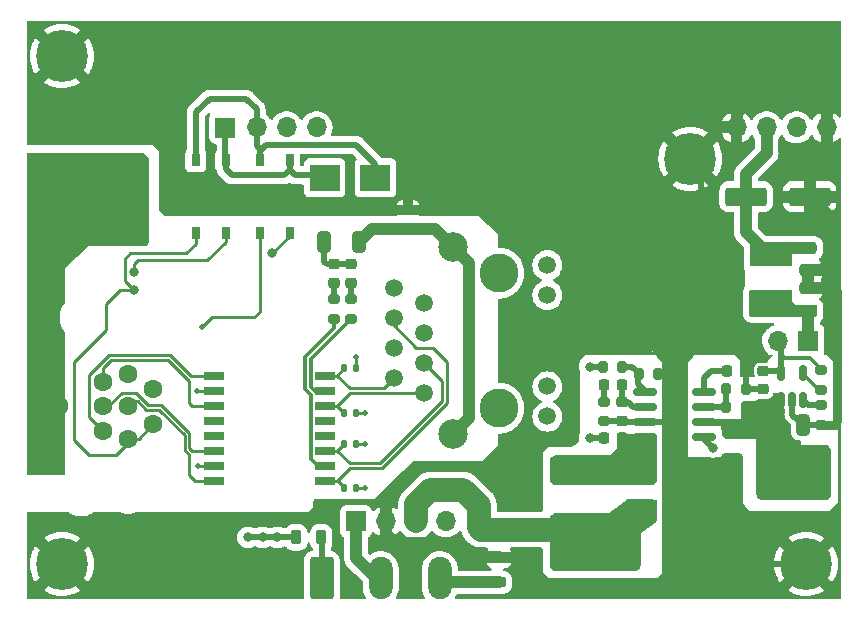
<source format=gtl>
%TF.GenerationSoftware,KiCad,Pcbnew,(6.0.8-1)-1*%
%TF.CreationDate,2022-11-24T03:29:18+08:00*%
%TF.ProjectId,CCTV3_POE_REV100,43435456-335f-4504-9f45-5f5245563130,100*%
%TF.SameCoordinates,Original*%
%TF.FileFunction,Copper,L1,Top*%
%TF.FilePolarity,Positive*%
%FSLAX46Y46*%
G04 Gerber Fmt 4.6, Leading zero omitted, Abs format (unit mm)*
G04 Created by KiCad (PCBNEW (6.0.8-1)-1) date 2022-11-24 03:29:18*
%MOMM*%
%LPD*%
G01*
G04 APERTURE LIST*
G04 Aperture macros list*
%AMRoundRect*
0 Rectangle with rounded corners*
0 $1 Rounding radius*
0 $2 $3 $4 $5 $6 $7 $8 $9 X,Y pos of 4 corners*
0 Add a 4 corners polygon primitive as box body*
4,1,4,$2,$3,$4,$5,$6,$7,$8,$9,$2,$3,0*
0 Add four circle primitives for the rounded corners*
1,1,$1+$1,$2,$3*
1,1,$1+$1,$4,$5*
1,1,$1+$1,$6,$7*
1,1,$1+$1,$8,$9*
0 Add four rect primitives between the rounded corners*
20,1,$1+$1,$2,$3,$4,$5,0*
20,1,$1+$1,$4,$5,$6,$7,0*
20,1,$1+$1,$6,$7,$8,$9,0*
20,1,$1+$1,$8,$9,$2,$3,0*%
G04 Aperture macros list end*
%TA.AperFunction,SMDPad,CuDef*%
%ADD10RoundRect,0.225000X0.250000X-0.225000X0.250000X0.225000X-0.250000X0.225000X-0.250000X-0.225000X0*%
%TD*%
%TA.AperFunction,SMDPad,CuDef*%
%ADD11RoundRect,0.150000X0.150000X-0.512500X0.150000X0.512500X-0.150000X0.512500X-0.150000X-0.512500X0*%
%TD*%
%TA.AperFunction,SMDPad,CuDef*%
%ADD12RoundRect,0.250000X-1.500000X-0.550000X1.500000X-0.550000X1.500000X0.550000X-1.500000X0.550000X0*%
%TD*%
%TA.AperFunction,SMDPad,CuDef*%
%ADD13RoundRect,0.200000X0.275000X-0.200000X0.275000X0.200000X-0.275000X0.200000X-0.275000X-0.200000X0*%
%TD*%
%TA.AperFunction,SMDPad,CuDef*%
%ADD14RoundRect,0.140000X-0.140000X-0.170000X0.140000X-0.170000X0.140000X0.170000X-0.140000X0.170000X0*%
%TD*%
%TA.AperFunction,SMDPad,CuDef*%
%ADD15RoundRect,0.250000X-0.650000X0.325000X-0.650000X-0.325000X0.650000X-0.325000X0.650000X0.325000X0*%
%TD*%
%TA.AperFunction,SMDPad,CuDef*%
%ADD16RoundRect,0.150000X0.825000X0.150000X-0.825000X0.150000X-0.825000X-0.150000X0.825000X-0.150000X0*%
%TD*%
%TA.AperFunction,SMDPad,CuDef*%
%ADD17RoundRect,0.200000X-0.275000X0.200000X-0.275000X-0.200000X0.275000X-0.200000X0.275000X0.200000X0*%
%TD*%
%TA.AperFunction,SMDPad,CuDef*%
%ADD18RoundRect,0.225000X0.225000X0.250000X-0.225000X0.250000X-0.225000X-0.250000X0.225000X-0.250000X0*%
%TD*%
%TA.AperFunction,SMDPad,CuDef*%
%ADD19RoundRect,0.218750X0.381250X-0.218750X0.381250X0.218750X-0.381250X0.218750X-0.381250X-0.218750X0*%
%TD*%
%TA.AperFunction,SMDPad,CuDef*%
%ADD20RoundRect,0.200000X-0.200000X-0.275000X0.200000X-0.275000X0.200000X0.275000X-0.200000X0.275000X0*%
%TD*%
%TA.AperFunction,SMDPad,CuDef*%
%ADD21RoundRect,0.200000X0.200000X0.275000X-0.200000X0.275000X-0.200000X-0.275000X0.200000X-0.275000X0*%
%TD*%
%TA.AperFunction,SMDPad,CuDef*%
%ADD22RoundRect,0.218750X0.256250X-0.218750X0.256250X0.218750X-0.256250X0.218750X-0.256250X-0.218750X0*%
%TD*%
%TA.AperFunction,ComponentPad*%
%ADD23C,4.400000*%
%TD*%
%TA.AperFunction,SMDPad,CuDef*%
%ADD24R,2.500000X1.800000*%
%TD*%
%TA.AperFunction,SMDPad,CuDef*%
%ADD25R,0.800000X1.000000*%
%TD*%
%TA.AperFunction,SMDPad,CuDef*%
%ADD26RoundRect,0.225000X-0.250000X0.225000X-0.250000X-0.225000X0.250000X-0.225000X0.250000X0.225000X0*%
%TD*%
%TA.AperFunction,ComponentPad*%
%ADD27R,1.700000X1.700000*%
%TD*%
%TA.AperFunction,ComponentPad*%
%ADD28O,1.700000X1.700000*%
%TD*%
%TA.AperFunction,ComponentPad*%
%ADD29C,3.300000*%
%TD*%
%TA.AperFunction,ComponentPad*%
%ADD30C,1.520000*%
%TD*%
%TA.AperFunction,ComponentPad*%
%ADD31C,2.500000*%
%TD*%
%TA.AperFunction,SMDPad,CuDef*%
%ADD32R,3.520000X1.870000*%
%TD*%
%TA.AperFunction,SMDPad,CuDef*%
%ADD33RoundRect,0.250000X0.325000X0.650000X-0.325000X0.650000X-0.325000X-0.650000X0.325000X-0.650000X0*%
%TD*%
%TA.AperFunction,ComponentPad*%
%ADD34C,1.600000*%
%TD*%
%TA.AperFunction,SMDPad,CuDef*%
%ADD35RoundRect,0.250000X-0.325000X-0.650000X0.325000X-0.650000X0.325000X0.650000X-0.325000X0.650000X0*%
%TD*%
%TA.AperFunction,SMDPad,CuDef*%
%ADD36RoundRect,0.218750X0.218750X0.381250X-0.218750X0.381250X-0.218750X-0.381250X0.218750X-0.381250X0*%
%TD*%
%TA.AperFunction,SMDPad,CuDef*%
%ADD37R,2.500000X2.300000*%
%TD*%
%TA.AperFunction,SMDPad,CuDef*%
%ADD38RoundRect,0.250000X-0.475000X0.250000X-0.475000X-0.250000X0.475000X-0.250000X0.475000X0.250000X0*%
%TD*%
%TA.AperFunction,SMDPad,CuDef*%
%ADD39R,1.800000X0.640000*%
%TD*%
%TA.AperFunction,SMDPad,CuDef*%
%ADD40RoundRect,0.250000X0.475000X-0.250000X0.475000X0.250000X-0.475000X0.250000X-0.475000X-0.250000X0*%
%TD*%
%TA.AperFunction,SMDPad,CuDef*%
%ADD41R,5.720000X2.200000*%
%TD*%
%TA.AperFunction,ComponentPad*%
%ADD42RoundRect,0.250000X-0.750000X-1.550000X0.750000X-1.550000X0.750000X1.550000X-0.750000X1.550000X0*%
%TD*%
%TA.AperFunction,ComponentPad*%
%ADD43O,2.000000X3.600000*%
%TD*%
%TA.AperFunction,ViaPad*%
%ADD44C,0.800000*%
%TD*%
%TA.AperFunction,ViaPad*%
%ADD45C,0.500000*%
%TD*%
%TA.AperFunction,Conductor*%
%ADD46C,0.500000*%
%TD*%
%TA.AperFunction,Conductor*%
%ADD47C,2.000000*%
%TD*%
%TA.AperFunction,Conductor*%
%ADD48C,1.000000*%
%TD*%
%TA.AperFunction,Conductor*%
%ADD49C,0.300000*%
%TD*%
%TA.AperFunction,Conductor*%
%ADD50C,0.220500*%
%TD*%
%TA.AperFunction,Conductor*%
%ADD51C,0.254000*%
%TD*%
%TA.AperFunction,Conductor*%
%ADD52C,0.250000*%
%TD*%
%TA.AperFunction,Conductor*%
%ADD53C,0.200000*%
%TD*%
G04 APERTURE END LIST*
D10*
X46500000Y-42675000D03*
X46500000Y-41125000D03*
D11*
X84380000Y-52637500D03*
X85330000Y-52637500D03*
X86280000Y-52637500D03*
X86280000Y-50362500D03*
X84380000Y-50362500D03*
D12*
X81430000Y-35400000D03*
X86830000Y-35400000D03*
D13*
X48000000Y-45725000D03*
X48000000Y-44075000D03*
D14*
X47420000Y-56300000D03*
X48380000Y-56300000D03*
D15*
X80270000Y-54785000D03*
X80270000Y-57735000D03*
D16*
X77845000Y-55785000D03*
X77845000Y-54515000D03*
X77845000Y-53245000D03*
X77845000Y-51975000D03*
X72895000Y-51975000D03*
X72895000Y-53245000D03*
X72895000Y-54515000D03*
X72895000Y-55785000D03*
D17*
X87760000Y-50105000D03*
X87760000Y-51755000D03*
D18*
X81345000Y-50180000D03*
X79795000Y-50180000D03*
D19*
X60500000Y-68062500D03*
X60500000Y-65937500D03*
D20*
X69305000Y-49820000D03*
X70955000Y-49820000D03*
D14*
X47420000Y-60100000D03*
X48380000Y-60100000D03*
D21*
X81395000Y-53180000D03*
X79745000Y-53180000D03*
D18*
X70905000Y-55850000D03*
X69355000Y-55850000D03*
D22*
X52800000Y-38100000D03*
X52800000Y-36525000D03*
D23*
X23500000Y-66500000D03*
X76700000Y-32200000D03*
D24*
X72620000Y-58380000D03*
X76620000Y-58380000D03*
D25*
X34830000Y-38475000D03*
X37370000Y-38475000D03*
X37370000Y-32325000D03*
X34830000Y-32325000D03*
D26*
X82850000Y-50145000D03*
X82850000Y-51695000D03*
D23*
X23500000Y-23500000D03*
D20*
X72325000Y-50400000D03*
X73975000Y-50400000D03*
D27*
X48400000Y-62900000D03*
D28*
X50940000Y-62900000D03*
X53480000Y-62900000D03*
X56020000Y-62900000D03*
D29*
X60490000Y-41880000D03*
X60490000Y-53310000D03*
D30*
X54140000Y-52040000D03*
X51600000Y-50770000D03*
X54140000Y-49500000D03*
X51600000Y-48230000D03*
X54140000Y-46970000D03*
X51600000Y-45690000D03*
X54140000Y-44420000D03*
X51600000Y-43150000D03*
X64600000Y-54010000D03*
X64600000Y-51470000D03*
X64600000Y-43730000D03*
X64600000Y-41190000D03*
D31*
X56640000Y-55510000D03*
X56640000Y-39690000D03*
D18*
X70905000Y-51330000D03*
X69355000Y-51330000D03*
D32*
X83500000Y-40370000D03*
X83500000Y-44230000D03*
D33*
X48675000Y-39200000D03*
X45725000Y-39200000D03*
D34*
X31210250Y-51662500D03*
X31210250Y-54662500D03*
X29110250Y-55887500D03*
X27010250Y-55237500D03*
X27010250Y-53162500D03*
X27010250Y-51087500D03*
X29110250Y-50437500D03*
X29110250Y-53162500D03*
X23290250Y-53162500D03*
D27*
X86685000Y-47600000D03*
D28*
X84145000Y-47600000D03*
D35*
X83255000Y-54730000D03*
X86205000Y-54730000D03*
D36*
X45462500Y-64250000D03*
X43337500Y-64250000D03*
D37*
X45750000Y-33800000D03*
X50050000Y-33800000D03*
D10*
X47990000Y-42675000D03*
X47990000Y-41125000D03*
D38*
X86700000Y-39750000D03*
X86700000Y-41650000D03*
D14*
X47420000Y-53700000D03*
X48380000Y-53700000D03*
D17*
X69380000Y-52765000D03*
X69380000Y-54415000D03*
D14*
X47420000Y-49900000D03*
X48380000Y-49900000D03*
D39*
X36390000Y-50560000D03*
X36390000Y-51820000D03*
X36390000Y-53090000D03*
X36390000Y-54370000D03*
X36390000Y-55630000D03*
X36390000Y-56910000D03*
X36390000Y-58170000D03*
X36390000Y-59440000D03*
X45810000Y-59440000D03*
X45810000Y-58170000D03*
X45810000Y-56910000D03*
X45810000Y-55630000D03*
X45810000Y-54370000D03*
X45810000Y-53090000D03*
X45810000Y-51820000D03*
X45810000Y-50560000D03*
D13*
X46500000Y-45725000D03*
X46500000Y-44075000D03*
D17*
X87760000Y-53065000D03*
X87760000Y-54715000D03*
D25*
X40230000Y-38475000D03*
X42770000Y-38475000D03*
X42770000Y-32325000D03*
X40230000Y-32325000D03*
D27*
X37350000Y-29545000D03*
D28*
X39980000Y-29535000D03*
X42520000Y-29535000D03*
X45060000Y-29535000D03*
X80620000Y-29535000D03*
X83160000Y-29535000D03*
X85700000Y-29535000D03*
X88240000Y-29535000D03*
D40*
X86700000Y-45050000D03*
X86700000Y-43150000D03*
D20*
X79745000Y-51680000D03*
X81395000Y-51680000D03*
D24*
X72620000Y-61900000D03*
X76620000Y-61900000D03*
D35*
X71945000Y-64800000D03*
X74895000Y-64800000D03*
D23*
X86500000Y-66500000D03*
D41*
X67830000Y-58580000D03*
X67830000Y-63580000D03*
D26*
X70880000Y-52815000D03*
X70880000Y-54365000D03*
D42*
X45500000Y-67722500D03*
D43*
X50500000Y-67722500D03*
X55500000Y-67722500D03*
D44*
X82500000Y-62500000D03*
X41750000Y-64250000D03*
X88000000Y-60000000D03*
X86000000Y-60000000D03*
X87000000Y-57000000D03*
X85000000Y-59000000D03*
X83000000Y-57000000D03*
X40500000Y-64250000D03*
X83000000Y-59000000D03*
X86000000Y-58000000D03*
X39250000Y-64250000D03*
X85000000Y-57000000D03*
X87000000Y-59000000D03*
X88000000Y-58000000D03*
X84000000Y-60000000D03*
X84000000Y-58000000D03*
X71900000Y-66500000D03*
X68200000Y-49800000D03*
D45*
X35000000Y-58200000D03*
D44*
X41300000Y-40200000D03*
X29600000Y-43300000D03*
X29600000Y-41800000D03*
D45*
X34977805Y-51825935D03*
X35400000Y-46400000D03*
D44*
X70000000Y-45000000D03*
X60000000Y-30000000D03*
X52500000Y-32500000D03*
X67500000Y-27500000D03*
X70000000Y-35000000D03*
X67500000Y-45000000D03*
X27500000Y-65000000D03*
X35000000Y-67500000D03*
X75000000Y-40000000D03*
X55000000Y-30000000D03*
X30000000Y-65000000D03*
D45*
X49200000Y-53700000D03*
D44*
X32500000Y-65000000D03*
X57500000Y-32500000D03*
X30000000Y-25000000D03*
X80000000Y-60000000D03*
X72500000Y-42500000D03*
X67500000Y-42500000D03*
X25000000Y-28000000D03*
X75000000Y-45000000D03*
X67500000Y-32500000D03*
X65000000Y-37500000D03*
X27500000Y-25000000D03*
X30000000Y-67500000D03*
X24000000Y-27000000D03*
X80000000Y-45000000D03*
X67500000Y-47500000D03*
X65000000Y-30000000D03*
X55000000Y-35000000D03*
X50000000Y-30000000D03*
X37500000Y-65000000D03*
X72500000Y-32500000D03*
D45*
X49200000Y-60100000D03*
D44*
X30000000Y-27500000D03*
X60000000Y-35000000D03*
X47500000Y-27500000D03*
X32500000Y-30000000D03*
X80000000Y-42500000D03*
X72500000Y-40000000D03*
X75000000Y-27500000D03*
X35000000Y-65000000D03*
X70000000Y-47500000D03*
X80000000Y-40000000D03*
X72500000Y-37500000D03*
D45*
X48400000Y-49000000D03*
D44*
X75000000Y-42500000D03*
D45*
X49200000Y-56300000D03*
D44*
X70000000Y-40000000D03*
X67500000Y-40000000D03*
X30000000Y-22500000D03*
X62500000Y-32500000D03*
X62500000Y-37500000D03*
X72500000Y-45000000D03*
X23000000Y-28000000D03*
X22000000Y-29000000D03*
X24000000Y-29000000D03*
X67500000Y-37500000D03*
X57500000Y-27500000D03*
X42500000Y-27500000D03*
X80000000Y-65000000D03*
X65000000Y-35000000D03*
X52500000Y-27500000D03*
X32500000Y-67500000D03*
X30000000Y-30000000D03*
X72500000Y-27500000D03*
X80000000Y-62500000D03*
X22000000Y-27000000D03*
X72500000Y-47500000D03*
X27500000Y-22500000D03*
X82500000Y-65000000D03*
X37500000Y-67500000D03*
X27500000Y-67500000D03*
X26000000Y-29000000D03*
X77500000Y-27500000D03*
X75000000Y-37500000D03*
X32500000Y-27500000D03*
X70000000Y-30000000D03*
X70000000Y-42500000D03*
X70000000Y-37500000D03*
X27000000Y-28000000D03*
X62500000Y-27500000D03*
X26000000Y-27000000D03*
X78600000Y-56700000D03*
X68170000Y-55800000D03*
D46*
X86000000Y-58000000D02*
X87000000Y-57000000D01*
X83150000Y-53180000D02*
X83692500Y-52637500D01*
X82810000Y-53180000D02*
X83255000Y-53625000D01*
X85000000Y-59000000D02*
X84000000Y-60000000D01*
X84000000Y-58000000D02*
X85000000Y-57000000D01*
X87000000Y-57000000D02*
X83000000Y-57000000D01*
X85000000Y-59000000D02*
X84000000Y-58000000D01*
X83692500Y-52637500D02*
X84380000Y-52637500D01*
X81395000Y-54305000D02*
X80915000Y-54785000D01*
X80000000Y-54515000D02*
X80270000Y-54785000D01*
X83255000Y-56745000D02*
X83000000Y-57000000D01*
X83255000Y-53625000D02*
X83255000Y-54730000D01*
X43337500Y-64250000D02*
X39250000Y-64250000D01*
X83000000Y-59000000D02*
X87000000Y-59000000D01*
X80915000Y-54785000D02*
X80270000Y-54785000D01*
X87000000Y-59000000D02*
X86000000Y-58000000D01*
X88000000Y-58000000D02*
X87000000Y-59000000D01*
X87000000Y-57000000D02*
X88000000Y-58000000D01*
X81395000Y-53180000D02*
X81395000Y-54305000D01*
X86000000Y-60000000D02*
X87000000Y-59000000D01*
X77845000Y-54515000D02*
X80000000Y-54515000D01*
X81705000Y-53180000D02*
X83150000Y-53180000D01*
X81395000Y-53180000D02*
X83175000Y-53180000D01*
X81705000Y-53180000D02*
X82810000Y-53180000D01*
X87000000Y-59000000D02*
X88000000Y-60000000D01*
X83255000Y-54730000D02*
X83255000Y-56745000D01*
X46500000Y-44075000D02*
X46500000Y-42675000D01*
X46500000Y-41125000D02*
X45925000Y-41125000D01*
X45700000Y-39225000D02*
X45725000Y-39200000D01*
X47990000Y-41125000D02*
X46500000Y-41125000D01*
X45700000Y-40900000D02*
X45700000Y-39225000D01*
X45925000Y-41125000D02*
X45700000Y-40900000D01*
X68200000Y-49800000D02*
X69285000Y-49800000D01*
X71900000Y-64800000D02*
X71945000Y-64800000D01*
D47*
X53480000Y-61420000D02*
X53480000Y-62900000D01*
X58980000Y-63580000D02*
X58800000Y-63400000D01*
D46*
X71945000Y-66455000D02*
X71945000Y-64800000D01*
D47*
X58800000Y-63400000D02*
X58800000Y-61500000D01*
D46*
X69285000Y-49800000D02*
X69305000Y-49820000D01*
X67830000Y-63580000D02*
X70680000Y-63580000D01*
X71900000Y-66500000D02*
X71945000Y-66455000D01*
X70680000Y-63580000D02*
X71900000Y-64800000D01*
D47*
X57500000Y-60200000D02*
X54700000Y-60200000D01*
X54700000Y-60200000D02*
X53480000Y-61420000D01*
X67830000Y-63580000D02*
X58980000Y-63580000D01*
X58800000Y-61500000D02*
X57500000Y-60200000D01*
D46*
X71945000Y-64800000D02*
X71945000Y-62575000D01*
X71945000Y-62575000D02*
X72620000Y-61900000D01*
X48000000Y-44075000D02*
X48000000Y-42685000D01*
X48000000Y-42685000D02*
X47990000Y-42675000D01*
X43240000Y-33600000D02*
X45550000Y-33600000D01*
X37900000Y-33600000D02*
X42300000Y-33600000D01*
X42770000Y-33130000D02*
X43240000Y-33600000D01*
X37350000Y-32305000D02*
X37370000Y-32325000D01*
X42300000Y-33600000D02*
X42770000Y-33130000D01*
X37370000Y-32325000D02*
X37370000Y-33070000D01*
X37350000Y-29545000D02*
X37350000Y-32305000D01*
X45550000Y-33600000D02*
X45750000Y-33800000D01*
X37370000Y-33070000D02*
X37900000Y-33600000D01*
X42770000Y-33130000D02*
X42770000Y-32325000D01*
X39980000Y-31080000D02*
X40230000Y-31330000D01*
X39980000Y-29535000D02*
X39980000Y-27980000D01*
X34830000Y-28270000D02*
X34830000Y-32325000D01*
X36000000Y-27100000D02*
X34830000Y-28270000D01*
X39980000Y-27980000D02*
X39100000Y-27100000D01*
X40230000Y-32325000D02*
X40230000Y-31570000D01*
X39980000Y-29535000D02*
X39980000Y-31080000D01*
X40230000Y-31570000D02*
X40800000Y-31000000D01*
X50050000Y-32650000D02*
X50050000Y-33800000D01*
X48400000Y-31000000D02*
X50050000Y-32650000D01*
X40800000Y-31000000D02*
X48400000Y-31000000D01*
X39100000Y-27100000D02*
X36000000Y-27100000D01*
X40230000Y-31330000D02*
X40230000Y-32325000D01*
D48*
X86700000Y-45050000D02*
X86700000Y-47585000D01*
X86700000Y-47585000D02*
X86685000Y-47600000D01*
X86700000Y-45050000D02*
X84150000Y-45050000D01*
X83500000Y-44230000D02*
X83500000Y-44400000D01*
X83500000Y-44400000D02*
X84150000Y-45050000D01*
D46*
X84162500Y-50145000D02*
X84380000Y-50362500D01*
D49*
X87760000Y-50030000D02*
X86830000Y-49100000D01*
D46*
X82850000Y-50145000D02*
X84162500Y-50145000D01*
D49*
X84730000Y-49100000D02*
X84380000Y-48750000D01*
D46*
X84380000Y-50362500D02*
X84380000Y-48750000D01*
D49*
X87760000Y-50105000D02*
X87760000Y-50030000D01*
X86830000Y-49100000D02*
X84730000Y-49100000D01*
D46*
X84380000Y-47835000D02*
X84145000Y-47600000D01*
X84380000Y-48750000D02*
X84380000Y-47835000D01*
D48*
X50500000Y-67722500D02*
X50122500Y-67722500D01*
X48400000Y-66000000D02*
X48400000Y-62900000D01*
X50122500Y-67722500D02*
X48400000Y-66000000D01*
D50*
X35030000Y-58170000D02*
X36390000Y-58170000D01*
X35000000Y-58200000D02*
X35030000Y-58170000D01*
D51*
X42770000Y-38730000D02*
X42770000Y-38475000D01*
X41300000Y-40200000D02*
X42770000Y-38730000D01*
X27200000Y-46700000D02*
X24500000Y-49400000D01*
X28800000Y-42500000D02*
X28800000Y-40700000D01*
X28100000Y-57300000D02*
X29110250Y-56289750D01*
X29998875Y-55887500D02*
X29110250Y-55887500D01*
X27200000Y-44500000D02*
X27200000Y-46700000D01*
X31210250Y-54662500D02*
X31210250Y-54676125D01*
X24500000Y-49400000D02*
X24500000Y-56000000D01*
X28800000Y-40700000D02*
X29300000Y-40200000D01*
X34000000Y-40200000D02*
X34830000Y-39370000D01*
X29600000Y-43300000D02*
X28800000Y-42500000D01*
X29300000Y-40200000D02*
X34000000Y-40200000D01*
X24500000Y-56000000D02*
X25800000Y-57300000D01*
X29110250Y-56289750D02*
X29110250Y-55887500D01*
X31210250Y-54676125D02*
X29998875Y-55887500D01*
X28400000Y-43300000D02*
X27200000Y-44500000D01*
X29600000Y-43300000D02*
X28400000Y-43300000D01*
X25800000Y-57300000D02*
X28100000Y-57300000D01*
X34830000Y-39370000D02*
X34830000Y-38475000D01*
X29600000Y-41100000D02*
X29900000Y-40800000D01*
X37370000Y-39230000D02*
X37370000Y-38475000D01*
X35800000Y-40800000D02*
X37370000Y-39230000D01*
X29600000Y-41800000D02*
X29600000Y-41100000D01*
X29900000Y-40800000D02*
X35800000Y-40800000D01*
D46*
X45500000Y-67722500D02*
X45500000Y-64287500D01*
X45500000Y-64287500D02*
X45462500Y-64250000D01*
D51*
X36200000Y-45600000D02*
X39800000Y-45600000D01*
D50*
X34977805Y-51825935D02*
X34983740Y-51820000D01*
D51*
X39800000Y-45600000D02*
X40230000Y-45170000D01*
X35400000Y-46400000D02*
X36200000Y-45600000D01*
X40230000Y-45170000D02*
X40230000Y-38475000D01*
D50*
X34983740Y-51820000D02*
X36390000Y-51820000D01*
D46*
X69020000Y-58580000D02*
X70800000Y-56800000D01*
X72830000Y-55850000D02*
X72895000Y-55785000D01*
X67830000Y-58580000D02*
X69020000Y-58580000D01*
X70800000Y-55955000D02*
X70905000Y-55850000D01*
X72895000Y-58105000D02*
X72620000Y-58380000D01*
X72895000Y-55785000D02*
X72895000Y-58105000D01*
X70905000Y-55850000D02*
X72830000Y-55850000D01*
X70800000Y-56800000D02*
X70800000Y-55955000D01*
D48*
X81430000Y-35400000D02*
X81430000Y-38430000D01*
X83160000Y-31740000D02*
X83160000Y-29535000D01*
X81430000Y-35400000D02*
X81430000Y-33470000D01*
X81430000Y-33470000D02*
X83160000Y-31740000D01*
X81430000Y-38430000D02*
X83370000Y-40370000D01*
X82880000Y-39750000D02*
X86700000Y-39750000D01*
X55840000Y-68062500D02*
X55500000Y-67722500D01*
X60500000Y-68062500D02*
X55840000Y-68062500D01*
D46*
X77845000Y-51975000D02*
X77845000Y-50755000D01*
X77845000Y-50755000D02*
X78420000Y-50180000D01*
X78420000Y-50180000D02*
X79795000Y-50180000D01*
X70880000Y-51355000D02*
X70905000Y-51330000D01*
X72895000Y-53245000D02*
X71845000Y-53245000D01*
X70880000Y-52815000D02*
X70880000Y-51355000D01*
X71415000Y-52815000D02*
X70880000Y-52815000D01*
X71845000Y-53245000D02*
X71415000Y-52815000D01*
D50*
X34300000Y-51000000D02*
X34300000Y-52900000D01*
X27010250Y-49884426D02*
X27682826Y-49211850D01*
X34300000Y-52900000D02*
X34490000Y-53090000D01*
X32511850Y-49211850D02*
X34300000Y-51000000D01*
X27682826Y-49211850D02*
X32511850Y-49211850D01*
X27010250Y-51087500D02*
X27010250Y-49884426D01*
X34490000Y-53090000D02*
X36390000Y-53090000D01*
X27511850Y-48788150D02*
X32687353Y-48788150D01*
X25800000Y-54027250D02*
X25800000Y-50500000D01*
X27010250Y-55237500D02*
X25800000Y-54027250D01*
X25800000Y-50500000D02*
X27511850Y-48788150D01*
X32687353Y-48788150D02*
X34459203Y-50560000D01*
X34459203Y-50560000D02*
X36390000Y-50560000D01*
X31900000Y-53000000D02*
X34300000Y-55400000D01*
X34300000Y-55400000D02*
X34300000Y-56700000D01*
X27010250Y-53162500D02*
X27437500Y-53162500D01*
X29794676Y-52000000D02*
X30794676Y-53000000D01*
X34300000Y-56700000D02*
X34510000Y-56910000D01*
X30794676Y-53000000D02*
X31900000Y-53000000D01*
X28600000Y-52000000D02*
X29794676Y-52000000D01*
X27437500Y-53162500D02*
X28600000Y-52000000D01*
X34510000Y-56910000D02*
X36390000Y-56910000D01*
X30620500Y-53420500D02*
X29900000Y-52700000D01*
X34300000Y-59000000D02*
X34300000Y-57294677D01*
X33879500Y-56874177D02*
X33879500Y-55574176D01*
X29900000Y-52700000D02*
X29572750Y-52700000D01*
X31725824Y-53420500D02*
X30620500Y-53420500D01*
X29572750Y-52700000D02*
X29110250Y-53162500D01*
X34740000Y-59440000D02*
X34300000Y-59000000D01*
X34300000Y-57294677D02*
X33879500Y-56874177D01*
X33879500Y-55574176D02*
X31725824Y-53420500D01*
X36390000Y-59440000D02*
X34740000Y-59440000D01*
D48*
X80620000Y-28280000D02*
X81900000Y-27000000D01*
D46*
X72895000Y-54515000D02*
X71030000Y-54515000D01*
X75270000Y-47900000D02*
X75770000Y-47400000D01*
D51*
X49200000Y-60100000D02*
X48380000Y-60100000D01*
D48*
X58337500Y-65937500D02*
X57100000Y-64700000D01*
X86830000Y-35400000D02*
X88530000Y-37100000D01*
X57100000Y-64700000D02*
X51700000Y-64700000D01*
X50940000Y-63940000D02*
X50940000Y-62900000D01*
X86830000Y-33770000D02*
X88240000Y-32360000D01*
X87880000Y-41650000D02*
X86700000Y-41650000D01*
D46*
X76595000Y-66500000D02*
X86500000Y-66500000D01*
D48*
X87980000Y-43150000D02*
X86700000Y-43150000D01*
D46*
X75115000Y-54515000D02*
X75800000Y-55200000D01*
X75270000Y-50030000D02*
X75270000Y-47900000D01*
X80270000Y-57735000D02*
X80270000Y-57830000D01*
D51*
X49200000Y-53700000D02*
X48380000Y-53700000D01*
D46*
X82850000Y-51695000D02*
X81410000Y-51695000D01*
X74415000Y-54515000D02*
X75115000Y-54515000D01*
X76620000Y-63880000D02*
X75700000Y-64800000D01*
X75800000Y-57560000D02*
X76620000Y-58380000D01*
X81410000Y-51695000D02*
X81395000Y-51680000D01*
X81395000Y-50230000D02*
X81345000Y-50180000D01*
D48*
X51700000Y-64700000D02*
X50940000Y-63940000D01*
D46*
X75500000Y-51000000D02*
X74900000Y-50400000D01*
D48*
X88530000Y-42600000D02*
X87980000Y-43150000D01*
D46*
X76620000Y-61900000D02*
X76620000Y-63880000D01*
D48*
X88530000Y-41000000D02*
X88530000Y-42600000D01*
D46*
X74900000Y-50400000D02*
X75270000Y-50030000D01*
D48*
X88530000Y-41000000D02*
X87880000Y-41650000D01*
D46*
X87745000Y-54730000D02*
X87760000Y-54715000D01*
X74415000Y-54515000D02*
X75500000Y-53430000D01*
X76620000Y-58380000D02*
X76620000Y-61900000D01*
X81395000Y-51680000D02*
X81395000Y-50230000D01*
D48*
X88240000Y-32360000D02*
X88240000Y-29535000D01*
D46*
X79400000Y-58700000D02*
X76940000Y-58700000D01*
D48*
X88530000Y-37100000D02*
X88530000Y-41000000D01*
X80620000Y-29535000D02*
X80620000Y-28280000D01*
D46*
X77600000Y-33100000D02*
X77600000Y-45570000D01*
X73975000Y-50400000D02*
X74900000Y-50400000D01*
D52*
X86930000Y-35850000D02*
X86980000Y-35800000D01*
D46*
X75700000Y-64800000D02*
X74895000Y-64800000D01*
X75500000Y-53430000D02*
X75500000Y-51000000D01*
X80270000Y-57830000D02*
X79400000Y-58700000D01*
X69380000Y-54415000D02*
X70830000Y-54415000D01*
X89085000Y-54715000D02*
X89300000Y-54500000D01*
X89300000Y-43370000D02*
X88530000Y-42600000D01*
X89300000Y-54500000D02*
X89300000Y-43370000D01*
X87760000Y-54715000D02*
X89085000Y-54715000D01*
X87760000Y-54715000D02*
X86220000Y-54715000D01*
X81345000Y-48075000D02*
X81345000Y-50180000D01*
X77600000Y-45570000D02*
X75270000Y-47900000D01*
X75800000Y-55200000D02*
X75800000Y-57560000D01*
D51*
X48400000Y-49000000D02*
X48400000Y-49880000D01*
D46*
X85330000Y-52637500D02*
X85330000Y-53855000D01*
X75770000Y-47400000D02*
X77070000Y-47400000D01*
X76700000Y-32200000D02*
X77600000Y-33100000D01*
D48*
X88240000Y-27740000D02*
X88240000Y-29535000D01*
X60500000Y-65937500D02*
X58337500Y-65937500D01*
D46*
X79365000Y-29535000D02*
X76700000Y-32200000D01*
X72895000Y-54515000D02*
X74415000Y-54515000D01*
X71030000Y-54515000D02*
X70880000Y-54365000D01*
X85330000Y-53855000D02*
X86205000Y-54730000D01*
D48*
X86830000Y-35400000D02*
X86830000Y-33770000D01*
D51*
X49200000Y-56300000D02*
X48380000Y-56300000D01*
X48400000Y-49880000D02*
X48380000Y-49900000D01*
D46*
X77070000Y-47400000D02*
X80670000Y-47400000D01*
X86220000Y-54715000D02*
X86205000Y-54730000D01*
X80670000Y-47400000D02*
X81345000Y-48075000D01*
X76940000Y-58700000D02*
X76620000Y-58380000D01*
D48*
X87500000Y-27000000D02*
X88240000Y-27740000D01*
D46*
X70830000Y-54415000D02*
X70880000Y-54365000D01*
D48*
X81900000Y-27000000D02*
X87500000Y-27000000D01*
D46*
X80620000Y-29535000D02*
X79365000Y-29535000D01*
X74895000Y-64800000D02*
X76595000Y-66500000D01*
X69305000Y-55800000D02*
X69355000Y-55850000D01*
X68170000Y-55800000D02*
X69305000Y-55800000D01*
X78600000Y-56700000D02*
X77845000Y-55945000D01*
X77845000Y-55945000D02*
X77845000Y-55785000D01*
X69380000Y-52765000D02*
X69380000Y-51355000D01*
X69380000Y-51355000D02*
X69355000Y-51330000D01*
D49*
X45810000Y-58170000D02*
X45150000Y-58170000D01*
X46500000Y-46517894D02*
X46500000Y-45725000D01*
X44560000Y-52187107D02*
X44060000Y-51687107D01*
X45150000Y-58170000D02*
X44560000Y-57580000D01*
X44560000Y-57580000D02*
X44560000Y-52187107D01*
X44060000Y-48957893D02*
X46500000Y-46517894D01*
X44060000Y-51687107D02*
X44060000Y-48957893D01*
X45810000Y-51820000D02*
X44900000Y-51820000D01*
X44900000Y-51820000D02*
X44560000Y-51480000D01*
X44560000Y-49165000D02*
X48000000Y-45725000D01*
X44560000Y-51480000D02*
X44560000Y-49165000D01*
X86280000Y-50362500D02*
X86280000Y-50450000D01*
X86280000Y-50450000D02*
X87585000Y-51755000D01*
X87585000Y-51755000D02*
X87760000Y-51755000D01*
D53*
X87672500Y-51755000D02*
X87760000Y-51755000D01*
D46*
X86707500Y-53065000D02*
X86280000Y-52637500D01*
X87760000Y-53065000D02*
X86707500Y-53065000D01*
X79680000Y-53245000D02*
X79745000Y-53180000D01*
X77845000Y-53245000D02*
X79680000Y-53245000D01*
X79745000Y-53180000D02*
X79745000Y-51680000D01*
X70975000Y-49800000D02*
X70955000Y-49820000D01*
X71800000Y-49800000D02*
X70975000Y-49800000D01*
X72325000Y-50400000D02*
X72325000Y-50325000D01*
X72895000Y-51975000D02*
X72895000Y-51895000D01*
X72895000Y-51895000D02*
X72300000Y-51300000D01*
X72300000Y-51300000D02*
X72300000Y-50425000D01*
X72300000Y-50425000D02*
X72325000Y-50400000D01*
X72325000Y-50325000D02*
X71800000Y-49800000D01*
D50*
X47863150Y-52036850D02*
X46810000Y-53090000D01*
X46810000Y-53090000D02*
X47420000Y-53700000D01*
X49742527Y-52040000D02*
X49739377Y-52036850D01*
X54140000Y-52040000D02*
X49742527Y-52040000D01*
X49739377Y-52036850D02*
X47863150Y-52036850D01*
X45810000Y-53090000D02*
X46810000Y-53090000D01*
X50753701Y-51616299D02*
X49918030Y-51616299D01*
X49918030Y-51616299D02*
X49914881Y-51613150D01*
X46825000Y-50560000D02*
X45810000Y-50560000D01*
X49914881Y-51613150D02*
X47878150Y-51613150D01*
X45810000Y-50560000D02*
X46760000Y-50560000D01*
X47878150Y-51613150D02*
X46825000Y-50560000D01*
X46760000Y-50560000D02*
X47420000Y-49900000D01*
X51600000Y-50770000D02*
X50753701Y-51616299D01*
X47863150Y-57963150D02*
X50437248Y-57963150D01*
X46810000Y-56910000D02*
X47863150Y-57963150D01*
X50437248Y-57963150D02*
X55688150Y-52712248D01*
X45810000Y-56910000D02*
X46810000Y-56910000D01*
X55688150Y-52712248D02*
X55688150Y-51048150D01*
X46810000Y-56910000D02*
X47420000Y-56300000D01*
X55688150Y-51048150D02*
X54140000Y-49500000D01*
X51600000Y-46300000D02*
X51600000Y-45690000D01*
X46810000Y-59440000D02*
X47863150Y-58386850D01*
X56111850Y-52883224D02*
X56111850Y-49429023D01*
X53500000Y-48200000D02*
X51600000Y-46300000D01*
X56111850Y-49429023D02*
X54882827Y-48200000D01*
X47420000Y-60010000D02*
X47420000Y-60100000D01*
X46850000Y-59440000D02*
X47420000Y-60010000D01*
X45810000Y-59440000D02*
X46850000Y-59440000D01*
X50608224Y-58386850D02*
X56111850Y-52883224D01*
X45810000Y-59440000D02*
X46810000Y-59440000D01*
X47863150Y-58386850D02*
X50608224Y-58386850D01*
X54882827Y-48200000D02*
X53500000Y-48200000D01*
D48*
X55050000Y-38100000D02*
X52800000Y-38100000D01*
X56640000Y-39690000D02*
X58000000Y-41050000D01*
X52800000Y-38100000D02*
X49775000Y-38100000D01*
X58000000Y-41050000D02*
X58000000Y-54150000D01*
X49775000Y-38100000D02*
X48675000Y-39200000D01*
X58000000Y-54150000D02*
X56640000Y-55510000D01*
X56640000Y-39690000D02*
X55050000Y-38100000D01*
%TA.AperFunction,Conductor*%
G36*
X73408188Y-55501078D02*
G01*
X73512963Y-55514872D01*
X73544735Y-55523385D01*
X73634674Y-55560639D01*
X73663160Y-55577086D01*
X73740393Y-55636349D01*
X73763651Y-55659607D01*
X73822914Y-55736840D01*
X73839361Y-55765326D01*
X73876615Y-55855265D01*
X73885128Y-55887036D01*
X73893422Y-55950034D01*
X73894500Y-55966481D01*
X73894500Y-59333519D01*
X73893422Y-59349966D01*
X73885128Y-59412964D01*
X73876615Y-59444735D01*
X73839361Y-59534674D01*
X73822914Y-59563160D01*
X73763651Y-59640393D01*
X73740393Y-59663651D01*
X73663160Y-59722914D01*
X73634674Y-59739361D01*
X73544735Y-59776615D01*
X73512963Y-59785128D01*
X73408188Y-59798922D01*
X73391742Y-59800000D01*
X65308258Y-59800000D01*
X65291812Y-59798922D01*
X65187037Y-59785128D01*
X65155265Y-59776615D01*
X65065326Y-59739361D01*
X65036840Y-59722914D01*
X64959607Y-59663651D01*
X64936349Y-59640393D01*
X64877086Y-59563160D01*
X64860639Y-59534674D01*
X64823385Y-59444735D01*
X64814872Y-59412963D01*
X64801078Y-59308188D01*
X64800000Y-59291742D01*
X64800000Y-57808258D01*
X64801078Y-57791812D01*
X64814872Y-57687037D01*
X64823385Y-57655265D01*
X64860639Y-57565326D01*
X64877086Y-57536840D01*
X64936349Y-57459607D01*
X64959607Y-57436349D01*
X65036840Y-57377086D01*
X65065326Y-57360639D01*
X65155265Y-57323385D01*
X65187037Y-57314872D01*
X65291812Y-57301078D01*
X65308258Y-57300000D01*
X69900000Y-57300000D01*
X70500000Y-56700000D01*
X70500000Y-56008258D01*
X70501078Y-55991812D01*
X70514872Y-55887037D01*
X70523385Y-55855265D01*
X70560639Y-55765326D01*
X70577086Y-55736840D01*
X70636349Y-55659607D01*
X70659607Y-55636349D01*
X70736840Y-55577086D01*
X70765326Y-55560639D01*
X70855265Y-55523385D01*
X70887037Y-55514872D01*
X70991812Y-55501078D01*
X71008258Y-55500000D01*
X73391742Y-55500000D01*
X73408188Y-55501078D01*
G37*
%TD.AperFunction*%
%TA.AperFunction,Conductor*%
G36*
X84571621Y-52020002D02*
G01*
X84618114Y-52073658D01*
X84629500Y-52126000D01*
X84629500Y-53192772D01*
X84640364Y-53282547D01*
X84670652Y-53359048D01*
X84679500Y-53405429D01*
X84679500Y-53774000D01*
X84678951Y-53785640D01*
X84677240Y-53793296D01*
X84677489Y-53801219D01*
X84679438Y-53863230D01*
X84679500Y-53867188D01*
X84679500Y-53895925D01*
X84679995Y-53899842D01*
X84680039Y-53900191D01*
X84680971Y-53912024D01*
X84682403Y-53957569D01*
X84684615Y-53965183D01*
X84684616Y-53965188D01*
X84688278Y-53977792D01*
X84692289Y-53997156D01*
X84694929Y-54018058D01*
X84709754Y-54055499D01*
X84711702Y-54060420D01*
X84715541Y-54071631D01*
X84728256Y-54115398D01*
X84738981Y-54133533D01*
X84747676Y-54151281D01*
X84755432Y-54170871D01*
X84782218Y-54207738D01*
X84788725Y-54217646D01*
X84807883Y-54250042D01*
X84807887Y-54250047D01*
X84811919Y-54256865D01*
X84826812Y-54271758D01*
X84839653Y-54286792D01*
X84852037Y-54303837D01*
X84858145Y-54308890D01*
X84887143Y-54332879D01*
X84895923Y-54340869D01*
X85192595Y-54637541D01*
X85226621Y-54699853D01*
X85229500Y-54726636D01*
X85229500Y-55445694D01*
X85229692Y-55448140D01*
X85229693Y-55448153D01*
X85231367Y-55469416D01*
X85232402Y-55482569D01*
X85278256Y-55640398D01*
X85361919Y-55781865D01*
X85478135Y-55898081D01*
X85619602Y-55981744D01*
X85627214Y-55983955D01*
X85627215Y-55983956D01*
X85731951Y-56014385D01*
X85777431Y-56027598D01*
X85790584Y-56028633D01*
X85811847Y-56030307D01*
X85811860Y-56030308D01*
X85814306Y-56030500D01*
X86033297Y-56030500D01*
X86100000Y-56050086D01*
X86100000Y-56400000D01*
X88091742Y-56400000D01*
X88108188Y-56401078D01*
X88212963Y-56414872D01*
X88244735Y-56423385D01*
X88334674Y-56460639D01*
X88363160Y-56477086D01*
X88440393Y-56536349D01*
X88463651Y-56559607D01*
X88522914Y-56636840D01*
X88539361Y-56665326D01*
X88576615Y-56755265D01*
X88585128Y-56787037D01*
X88598922Y-56891812D01*
X88600000Y-56908258D01*
X88600000Y-60591742D01*
X88598922Y-60608188D01*
X88585128Y-60712963D01*
X88576615Y-60744735D01*
X88539361Y-60834674D01*
X88522914Y-60863160D01*
X88463651Y-60940393D01*
X88440393Y-60963651D01*
X88363160Y-61022914D01*
X88334674Y-61039361D01*
X88244735Y-61076615D01*
X88212963Y-61085128D01*
X88108188Y-61098922D01*
X88091742Y-61100000D01*
X82808258Y-61100000D01*
X82791812Y-61098922D01*
X82687037Y-61085128D01*
X82655265Y-61076615D01*
X82565326Y-61039361D01*
X82536840Y-61022914D01*
X82459607Y-60963651D01*
X82436349Y-60940393D01*
X82377086Y-60863160D01*
X82360639Y-60834674D01*
X82323385Y-60744735D01*
X82314872Y-60712963D01*
X82301078Y-60608188D01*
X82300000Y-60591742D01*
X82300000Y-55900000D01*
X79908258Y-55900000D01*
X79891812Y-55898922D01*
X79787037Y-55885128D01*
X79755265Y-55876615D01*
X79665326Y-55839361D01*
X79636840Y-55822914D01*
X79559607Y-55763651D01*
X79536349Y-55740393D01*
X79477086Y-55663160D01*
X79460639Y-55634674D01*
X79423385Y-55544735D01*
X79414872Y-55512963D01*
X79401078Y-55408188D01*
X79400000Y-55391742D01*
X79400000Y-54800000D01*
X77212410Y-54800000D01*
X77187829Y-54797579D01*
X77178124Y-54795649D01*
X77109775Y-54782053D01*
X77064358Y-54763241D01*
X77008705Y-54726055D01*
X76973944Y-54691294D01*
X76936759Y-54635642D01*
X76917946Y-54590223D01*
X76904889Y-54524581D01*
X76904889Y-54475419D01*
X76917946Y-54409777D01*
X76936759Y-54364358D01*
X76973945Y-54308705D01*
X77008705Y-54273945D01*
X77064358Y-54236759D01*
X77109775Y-54217947D01*
X77187828Y-54202421D01*
X77212410Y-54200000D01*
X81000000Y-54200000D01*
X81000000Y-53208258D01*
X81001078Y-53191812D01*
X81014872Y-53087037D01*
X81023385Y-53055265D01*
X81060639Y-52965326D01*
X81077086Y-52936840D01*
X81136349Y-52859607D01*
X81159607Y-52836349D01*
X81236840Y-52777086D01*
X81265326Y-52760639D01*
X81355265Y-52723385D01*
X81387037Y-52714872D01*
X81491812Y-52701078D01*
X81508258Y-52700000D01*
X82200000Y-52700000D01*
X82333060Y-52606858D01*
X82398205Y-52561257D01*
X82465482Y-52538579D01*
X82493096Y-52540531D01*
X82495197Y-52540915D01*
X82501373Y-52542709D01*
X82507783Y-52543213D01*
X82507786Y-52543214D01*
X82534380Y-52545307D01*
X82534389Y-52545307D01*
X82536837Y-52545500D01*
X82849746Y-52545500D01*
X83163162Y-52545499D01*
X83181854Y-52544028D01*
X83192209Y-52543214D01*
X83192210Y-52543214D01*
X83198627Y-52542709D01*
X83204807Y-52540914D01*
X83204810Y-52540913D01*
X83342777Y-52500830D01*
X83342779Y-52500829D01*
X83350390Y-52498618D01*
X83388094Y-52476320D01*
X83479593Y-52422208D01*
X83479596Y-52422206D01*
X83486420Y-52418170D01*
X83598170Y-52306420D01*
X83602206Y-52299596D01*
X83602208Y-52299593D01*
X83674581Y-52177216D01*
X83678618Y-52170390D01*
X83680829Y-52162780D01*
X83680831Y-52162775D01*
X83701727Y-52090848D01*
X83739940Y-52031012D01*
X83804436Y-52001334D01*
X83822724Y-52000000D01*
X84503500Y-52000000D01*
X84571621Y-52020002D01*
G37*
%TD.AperFunction*%
%TA.AperFunction,Conductor*%
G36*
X30415931Y-31720002D02*
G01*
X30436905Y-31736905D01*
X30863095Y-32163095D01*
X30897121Y-32225407D01*
X30900000Y-32252190D01*
X30900000Y-39091742D01*
X30898922Y-39108188D01*
X30885128Y-39212963D01*
X30876615Y-39244735D01*
X30839361Y-39334674D01*
X30822914Y-39363160D01*
X30763651Y-39440393D01*
X30740392Y-39463652D01*
X30663158Y-39522915D01*
X30634676Y-39539360D01*
X30617935Y-39546295D01*
X30597140Y-39554908D01*
X30548921Y-39564500D01*
X29379032Y-39564500D01*
X29367793Y-39563970D01*
X29360281Y-39562291D01*
X29352356Y-39562540D01*
X29352355Y-39562540D01*
X29291970Y-39564438D01*
X29288012Y-39564500D01*
X29260017Y-39564500D01*
X29256083Y-39564997D01*
X29256081Y-39564997D01*
X29255994Y-39565008D01*
X29244160Y-39565940D01*
X29199795Y-39567335D01*
X29192182Y-39569547D01*
X29192181Y-39569547D01*
X29180252Y-39573013D01*
X29160888Y-39577023D01*
X29148560Y-39578580D01*
X29148558Y-39578580D01*
X29140701Y-39579573D01*
X29133336Y-39582489D01*
X29111456Y-39591152D01*
X29065072Y-39600000D01*
X25800000Y-39600000D01*
X23800000Y-41400000D01*
X23800000Y-44365823D01*
X23779998Y-44433944D01*
X23765777Y-44452153D01*
X23700841Y-44521183D01*
X23547624Y-44742043D01*
X23428736Y-44983124D01*
X23346788Y-45239130D01*
X23303580Y-45504437D01*
X23300062Y-45773216D01*
X23336310Y-46039563D01*
X23411528Y-46297626D01*
X23524065Y-46541737D01*
X23526628Y-46545646D01*
X23668881Y-46762619D01*
X23668885Y-46762624D01*
X23671447Y-46766532D01*
X23674564Y-46770024D01*
X23768003Y-46874714D01*
X23798441Y-46938855D01*
X23800000Y-46958615D01*
X23800000Y-58874000D01*
X23779998Y-58942121D01*
X23726342Y-58988614D01*
X23674000Y-59000000D01*
X20634500Y-59000000D01*
X20566379Y-58979998D01*
X20519886Y-58926342D01*
X20508500Y-58874000D01*
X20508500Y-31826000D01*
X20528502Y-31757879D01*
X20582158Y-31711386D01*
X20634500Y-31700000D01*
X30347810Y-31700000D01*
X30415931Y-31720002D01*
G37*
%TD.AperFunction*%
%TA.AperFunction,Conductor*%
G36*
X73408188Y-61001078D02*
G01*
X73512963Y-61014872D01*
X73544735Y-61023385D01*
X73634674Y-61060639D01*
X73663160Y-61077086D01*
X73740393Y-61136349D01*
X73763651Y-61159607D01*
X73822914Y-61236840D01*
X73839361Y-61265326D01*
X73876615Y-61355265D01*
X73885128Y-61387036D01*
X73893422Y-61450034D01*
X73894500Y-61466481D01*
X73894500Y-62667116D01*
X73892922Y-62686994D01*
X73878287Y-62778600D01*
X73865900Y-62816377D01*
X73812133Y-62920857D01*
X73788596Y-62952890D01*
X73697734Y-63042538D01*
X73682483Y-63055369D01*
X72500000Y-63900000D01*
X72500000Y-66591742D01*
X72498922Y-66608188D01*
X72485128Y-66712963D01*
X72476615Y-66744735D01*
X72439361Y-66834674D01*
X72422914Y-66863160D01*
X72363651Y-66940393D01*
X72340393Y-66963651D01*
X72263160Y-67022914D01*
X72234674Y-67039361D01*
X72144735Y-67076615D01*
X72112963Y-67085128D01*
X72008188Y-67098922D01*
X71991742Y-67100000D01*
X65308258Y-67100000D01*
X65291812Y-67098922D01*
X65187037Y-67085128D01*
X65155265Y-67076615D01*
X65065326Y-67039361D01*
X65036840Y-67022914D01*
X64959607Y-66963651D01*
X64936349Y-66940393D01*
X64877086Y-66863160D01*
X64860639Y-66834674D01*
X64823385Y-66744735D01*
X64814872Y-66712963D01*
X64801078Y-66608188D01*
X64800000Y-66591742D01*
X64800000Y-62708258D01*
X64801078Y-62691812D01*
X64814872Y-62587037D01*
X64823385Y-62555265D01*
X64860639Y-62465326D01*
X64877086Y-62436840D01*
X64936349Y-62359607D01*
X64959607Y-62336349D01*
X65036840Y-62277086D01*
X65065326Y-62260639D01*
X65155265Y-62223385D01*
X65187037Y-62214872D01*
X65291812Y-62201078D01*
X65308258Y-62200000D01*
X69800000Y-62200000D01*
X71066667Y-61250000D01*
X71258545Y-61106091D01*
X71275664Y-61095286D01*
X71390442Y-61035148D01*
X71428736Y-61022383D01*
X71556641Y-61001627D01*
X71576824Y-61000000D01*
X73391742Y-61000000D01*
X73408188Y-61001078D01*
G37*
%TD.AperFunction*%
%TA.AperFunction,Conductor*%
G36*
X89433621Y-20528502D02*
G01*
X89480114Y-20582158D01*
X89491500Y-20634500D01*
X89491500Y-28573122D01*
X89471498Y-28641243D01*
X89417842Y-28687736D01*
X89347568Y-28697840D01*
X89282988Y-28668346D01*
X89276405Y-28662217D01*
X89114975Y-28500787D01*
X89106567Y-28493731D01*
X88922087Y-28364557D01*
X88912592Y-28359074D01*
X88756417Y-28286248D01*
X88742476Y-28284131D01*
X88740000Y-28287918D01*
X88740000Y-30773292D01*
X88743973Y-30786823D01*
X88748450Y-30787466D01*
X88912592Y-30710926D01*
X88922087Y-30705443D01*
X89106567Y-30576269D01*
X89114975Y-30569213D01*
X89276405Y-30407783D01*
X89338717Y-30373757D01*
X89409532Y-30378822D01*
X89466368Y-30421369D01*
X89491179Y-30487889D01*
X89491500Y-30496878D01*
X89491500Y-69365500D01*
X89471498Y-69433621D01*
X89417842Y-69480114D01*
X89365500Y-69491500D01*
X56902664Y-69491500D01*
X56834543Y-69471498D01*
X56788050Y-69417842D01*
X56777946Y-69347568D01*
X56791620Y-69305959D01*
X56881969Y-69137459D01*
X56931787Y-69086876D01*
X56993013Y-69071000D01*
X60549769Y-69071000D01*
X60552825Y-69070700D01*
X60552832Y-69070700D01*
X60611340Y-69064963D01*
X60696833Y-69056580D01*
X60702734Y-69054798D01*
X60702736Y-69054798D01*
X60838268Y-69013878D01*
X60874686Y-69008500D01*
X60929572Y-69008500D01*
X60932818Y-69008163D01*
X60932822Y-69008163D01*
X60966603Y-69004658D01*
X61030982Y-68997978D01*
X61191849Y-68944308D01*
X61336055Y-68855071D01*
X61455864Y-68735053D01*
X61458362Y-68731000D01*
X84981727Y-68731000D01*
X84987633Y-68738890D01*
X85206108Y-68875142D01*
X85212746Y-68878746D01*
X85500803Y-69013375D01*
X85507856Y-69016168D01*
X85809997Y-69115215D01*
X85817321Y-69117136D01*
X86129184Y-69179170D01*
X86136675Y-69180196D01*
X86453736Y-69204314D01*
X86461299Y-69204432D01*
X86778946Y-69190286D01*
X86786492Y-69189493D01*
X87100139Y-69137288D01*
X87107515Y-69135599D01*
X87412619Y-69046090D01*
X87419751Y-69043523D01*
X87711899Y-68918007D01*
X87718652Y-68914611D01*
X87993613Y-68754900D01*
X87999916Y-68750712D01*
X88010352Y-68742834D01*
X88018809Y-68731440D01*
X88012093Y-68719200D01*
X86512812Y-67219919D01*
X86498868Y-67212305D01*
X86497035Y-67212436D01*
X86490420Y-67216687D01*
X84988487Y-68718620D01*
X84981727Y-68731000D01*
X61458362Y-68731000D01*
X61465994Y-68718620D01*
X61521136Y-68629161D01*
X61544849Y-68590692D01*
X61598238Y-68429731D01*
X61608500Y-68329572D01*
X61608500Y-67795428D01*
X61597978Y-67694018D01*
X61544308Y-67533151D01*
X61455071Y-67388945D01*
X61335053Y-67269136D01*
X61190692Y-67180151D01*
X61183743Y-67177846D01*
X61036262Y-67128928D01*
X61036260Y-67128928D01*
X61029731Y-67126762D01*
X61000042Y-67123720D01*
X60973838Y-67121035D01*
X60908111Y-67094193D01*
X60867329Y-67036078D01*
X60864441Y-66965140D01*
X60900363Y-66903902D01*
X60963691Y-66871806D01*
X60973680Y-66870364D01*
X61022375Y-66865312D01*
X61035768Y-66862421D01*
X61181271Y-66813877D01*
X61194449Y-66807704D01*
X61324511Y-66727218D01*
X61335912Y-66718182D01*
X61443977Y-66609929D01*
X61452989Y-66598518D01*
X61533251Y-66468307D01*
X61539398Y-66455126D01*
X61560272Y-66392194D01*
X61560761Y-66378101D01*
X61554550Y-66375000D01*
X59452124Y-66375000D01*
X59438593Y-66378973D01*
X59437612Y-66385799D01*
X59461123Y-66456271D01*
X59467296Y-66469449D01*
X59547782Y-66599511D01*
X59556818Y-66610912D01*
X59665071Y-66718977D01*
X59676482Y-66727989D01*
X59806697Y-66808254D01*
X59818603Y-66813806D01*
X59871888Y-66860724D01*
X59891348Y-66929001D01*
X59870805Y-66996961D01*
X59816782Y-67043026D01*
X59765352Y-67054000D01*
X57134500Y-67054000D01*
X57066379Y-67033998D01*
X57019886Y-66980342D01*
X57008500Y-66928000D01*
X57008500Y-66861499D01*
X57008298Y-66858986D01*
X56994346Y-66685576D01*
X56994345Y-66685571D01*
X56993940Y-66680535D01*
X56991406Y-66670216D01*
X56937244Y-66449708D01*
X56936037Y-66444794D01*
X56911500Y-66386987D01*
X56843165Y-66226002D01*
X56841188Y-66221344D01*
X56778690Y-66122100D01*
X56714528Y-66020212D01*
X56714526Y-66020209D01*
X56711833Y-66015933D01*
X56630169Y-65923303D01*
X56554650Y-65837642D01*
X56554647Y-65837639D01*
X56551302Y-65833845D01*
X56547393Y-65830634D01*
X56367628Y-65682974D01*
X56367625Y-65682972D01*
X56363722Y-65679766D01*
X56189500Y-65578366D01*
X56158290Y-65560201D01*
X56158288Y-65560200D01*
X56153922Y-65557659D01*
X56108981Y-65540408D01*
X55932022Y-65472480D01*
X55932018Y-65472479D01*
X55927298Y-65470667D01*
X55922348Y-65469633D01*
X55922345Y-65469632D01*
X55694631Y-65422060D01*
X55694627Y-65422060D01*
X55689680Y-65421026D01*
X55447183Y-65410014D01*
X55442163Y-65410595D01*
X55442159Y-65410595D01*
X55211071Y-65437333D01*
X55211067Y-65437334D01*
X55206044Y-65437915D01*
X55201180Y-65439291D01*
X55201177Y-65439292D01*
X55093958Y-65469632D01*
X54972468Y-65504010D01*
X54967892Y-65506144D01*
X54967886Y-65506146D01*
X54757046Y-65604462D01*
X54757042Y-65604464D01*
X54752464Y-65606599D01*
X54551693Y-65743044D01*
X54375319Y-65909832D01*
X54372241Y-65913858D01*
X54372240Y-65913859D01*
X54230953Y-66098654D01*
X54230950Y-66098658D01*
X54227880Y-66102674D01*
X54225490Y-66107132D01*
X54225489Y-66107133D01*
X54182972Y-66186427D01*
X54113169Y-66316609D01*
X54034138Y-66546131D01*
X54022949Y-66610912D01*
X54002860Y-66727218D01*
X53992821Y-66785336D01*
X53992641Y-66789297D01*
X53992641Y-66789298D01*
X53992130Y-66800563D01*
X53991500Y-66814425D01*
X53991500Y-68583501D01*
X53991702Y-68586009D01*
X53991702Y-68586014D01*
X54004320Y-68742834D01*
X54006060Y-68764465D01*
X54007266Y-68769373D01*
X54007266Y-68769376D01*
X54034130Y-68878746D01*
X54063963Y-69000206D01*
X54065938Y-69004858D01*
X54065939Y-69004862D01*
X54123587Y-69140671D01*
X54158812Y-69223656D01*
X54161510Y-69227940D01*
X54205854Y-69298357D01*
X54225229Y-69366659D01*
X54204601Y-69434593D01*
X54150520Y-69480590D01*
X54099234Y-69491500D01*
X51902664Y-69491500D01*
X51834543Y-69471498D01*
X51788050Y-69417842D01*
X51777946Y-69347568D01*
X51791620Y-69305959D01*
X51884439Y-69132852D01*
X51886831Y-69128391D01*
X51965862Y-68898869D01*
X51991453Y-68750712D01*
X52006504Y-68663574D01*
X52006505Y-68663568D01*
X52007179Y-68659664D01*
X52008500Y-68630575D01*
X52008500Y-66861499D01*
X52008298Y-66858986D01*
X51994346Y-66685576D01*
X51994345Y-66685571D01*
X51993940Y-66680535D01*
X51991406Y-66670216D01*
X51937244Y-66449708D01*
X51936037Y-66444794D01*
X51911500Y-66386987D01*
X51843165Y-66226002D01*
X51841188Y-66221344D01*
X51778690Y-66122100D01*
X51714528Y-66020212D01*
X51714526Y-66020209D01*
X51711833Y-66015933D01*
X51630169Y-65923303D01*
X51554650Y-65837642D01*
X51554647Y-65837639D01*
X51551302Y-65833845D01*
X51547393Y-65830634D01*
X51367628Y-65682974D01*
X51367625Y-65682972D01*
X51363722Y-65679766D01*
X51189500Y-65578366D01*
X51158290Y-65560201D01*
X51158288Y-65560200D01*
X51153922Y-65557659D01*
X51108981Y-65540408D01*
X50932022Y-65472480D01*
X50932018Y-65472479D01*
X50927298Y-65470667D01*
X50922348Y-65469633D01*
X50922345Y-65469632D01*
X50694631Y-65422060D01*
X50694627Y-65422060D01*
X50689680Y-65421026D01*
X50447183Y-65410014D01*
X50442163Y-65410595D01*
X50442159Y-65410595D01*
X50211071Y-65437333D01*
X50211067Y-65437334D01*
X50206044Y-65437915D01*
X50201180Y-65439291D01*
X50201177Y-65439292D01*
X50093958Y-65469632D01*
X49972468Y-65504010D01*
X49967892Y-65506144D01*
X49967886Y-65506146D01*
X49757046Y-65604462D01*
X49757042Y-65604464D01*
X49752464Y-65606599D01*
X49748283Y-65609440D01*
X49748282Y-65609441D01*
X49648374Y-65677339D01*
X49580790Y-65699085D01*
X49512177Y-65680841D01*
X49488456Y-65662222D01*
X49445405Y-65619171D01*
X49411379Y-65556859D01*
X49408500Y-65530076D01*
X49408500Y-64321009D01*
X49428502Y-64252888D01*
X49482158Y-64206395D01*
X49487694Y-64204097D01*
X49488296Y-64203768D01*
X49496705Y-64200615D01*
X49613261Y-64113261D01*
X49700615Y-63996705D01*
X49724042Y-63934213D01*
X49748321Y-63869451D01*
X49790963Y-63812687D01*
X49857525Y-63787987D01*
X49926873Y-63803195D01*
X49955398Y-63824586D01*
X50065025Y-63934213D01*
X50073433Y-63941269D01*
X50257913Y-64070443D01*
X50267408Y-64075926D01*
X50423583Y-64148752D01*
X50437524Y-64150869D01*
X50440000Y-64147082D01*
X50440000Y-64138292D01*
X51440000Y-64138292D01*
X51443973Y-64151823D01*
X51448450Y-64152466D01*
X51612592Y-64075926D01*
X51622087Y-64070443D01*
X51806567Y-63941269D01*
X51814975Y-63934213D01*
X51974213Y-63774975D01*
X51981269Y-63766567D01*
X52010281Y-63725133D01*
X52065738Y-63680805D01*
X52136357Y-63673496D01*
X52199718Y-63705527D01*
X52220114Y-63730261D01*
X52264996Y-63801531D01*
X52268167Y-63806567D01*
X52273647Y-63812783D01*
X52425350Y-63984858D01*
X52425353Y-63984861D01*
X52428698Y-63988655D01*
X52432606Y-63991865D01*
X52432607Y-63991866D01*
X52596796Y-64126731D01*
X52616278Y-64142734D01*
X52663792Y-64170388D01*
X52820448Y-64261564D01*
X52826078Y-64264841D01*
X52830801Y-64266654D01*
X53047978Y-64350020D01*
X53047982Y-64350021D01*
X53052702Y-64351833D01*
X53057652Y-64352867D01*
X53057655Y-64352868D01*
X53285369Y-64400440D01*
X53285373Y-64400440D01*
X53290320Y-64401474D01*
X53532817Y-64412486D01*
X53537837Y-64411905D01*
X53537841Y-64411905D01*
X53768929Y-64385167D01*
X53768933Y-64385166D01*
X53773956Y-64384585D01*
X53778820Y-64383209D01*
X53778823Y-64383208D01*
X53940266Y-64337524D01*
X54007532Y-64318490D01*
X54012108Y-64316356D01*
X54012114Y-64316354D01*
X54222954Y-64218038D01*
X54222958Y-64218036D01*
X54227536Y-64215901D01*
X54250029Y-64200615D01*
X54354908Y-64129338D01*
X54428307Y-64079456D01*
X54604681Y-63912668D01*
X54608288Y-63907951D01*
X54644707Y-63860316D01*
X54742805Y-63732009D01*
X54800068Y-63690042D01*
X54870932Y-63685697D01*
X54932895Y-63720353D01*
X54938137Y-63726041D01*
X55062865Y-63870031D01*
X55062869Y-63870035D01*
X55066250Y-63873938D01*
X55238126Y-64016632D01*
X55431000Y-64129338D01*
X55435825Y-64131180D01*
X55435826Y-64131181D01*
X55472737Y-64145276D01*
X55639692Y-64209030D01*
X55644760Y-64210061D01*
X55644763Y-64210062D01*
X55683967Y-64218038D01*
X55858597Y-64253567D01*
X55863772Y-64253757D01*
X55863774Y-64253757D01*
X56076673Y-64261564D01*
X56076677Y-64261564D01*
X56081837Y-64261753D01*
X56086957Y-64261097D01*
X56086959Y-64261097D01*
X56298288Y-64234025D01*
X56298289Y-64234025D01*
X56303416Y-64233368D01*
X56308366Y-64231883D01*
X56512429Y-64170661D01*
X56512434Y-64170659D01*
X56517384Y-64169174D01*
X56717994Y-64070896D01*
X56899860Y-63941173D01*
X56906845Y-63934213D01*
X57041143Y-63800383D01*
X57058096Y-63783489D01*
X57107496Y-63714741D01*
X57163491Y-63671093D01*
X57234194Y-63664647D01*
X57297158Y-63697449D01*
X57330441Y-63751849D01*
X57343478Y-63795029D01*
X57345219Y-63801390D01*
X57363963Y-63877706D01*
X57365941Y-63882366D01*
X57376801Y-63907951D01*
X57381438Y-63920761D01*
X57390933Y-63952208D01*
X57393151Y-63956756D01*
X57393154Y-63956763D01*
X57425371Y-64022818D01*
X57428107Y-64028820D01*
X57458812Y-64101156D01*
X57466435Y-64113261D01*
X57476319Y-64128956D01*
X57482945Y-64140860D01*
X57497346Y-64170388D01*
X57541996Y-64233682D01*
X57542641Y-64234597D01*
X57546301Y-64240086D01*
X57563032Y-64266654D01*
X57588167Y-64306567D01*
X57591508Y-64310356D01*
X57591512Y-64310362D01*
X57609898Y-64331217D01*
X57618344Y-64341912D01*
X57637274Y-64368747D01*
X57639944Y-64371671D01*
X57652268Y-64385167D01*
X57656909Y-64390250D01*
X57696625Y-64429966D01*
X57702044Y-64435736D01*
X57745350Y-64484858D01*
X57745353Y-64484861D01*
X57748698Y-64488655D01*
X57752606Y-64491865D01*
X57752607Y-64491866D01*
X57780989Y-64515179D01*
X57790108Y-64523449D01*
X57896325Y-64629666D01*
X57898779Y-64632188D01*
X57967332Y-64704681D01*
X58029769Y-64752418D01*
X58034868Y-64756531D01*
X58094720Y-64807470D01*
X58099045Y-64810089D01*
X58099050Y-64810093D01*
X58122824Y-64824491D01*
X58134071Y-64832163D01*
X58160174Y-64852120D01*
X58229416Y-64889247D01*
X58235137Y-64892510D01*
X58302357Y-64933220D01*
X58332834Y-64945534D01*
X58345150Y-64951303D01*
X58374109Y-64966831D01*
X58448433Y-64992423D01*
X58454561Y-64994714D01*
X58486906Y-65007782D01*
X58522733Y-65022258D01*
X58522737Y-65022259D01*
X58527429Y-65024155D01*
X58532368Y-65025277D01*
X58532371Y-65025278D01*
X58559460Y-65031432D01*
X58572559Y-65035163D01*
X58603631Y-65045862D01*
X58681100Y-65059243D01*
X58687504Y-65060523D01*
X58764144Y-65077935D01*
X58796953Y-65079999D01*
X58810453Y-65081585D01*
X58842836Y-65087179D01*
X58846793Y-65087359D01*
X58846796Y-65087359D01*
X58870506Y-65088436D01*
X58870525Y-65088436D01*
X58871925Y-65088500D01*
X58928107Y-65088500D01*
X58936018Y-65088749D01*
X59006412Y-65093178D01*
X59047991Y-65089101D01*
X59060287Y-65088500D01*
X59437203Y-65088500D01*
X59505324Y-65108502D01*
X59551817Y-65162158D01*
X59561921Y-65232432D01*
X59544463Y-65280616D01*
X59466749Y-65406693D01*
X59460602Y-65419874D01*
X59439728Y-65482806D01*
X59439239Y-65496899D01*
X59445450Y-65500000D01*
X61547876Y-65500000D01*
X61561407Y-65496027D01*
X61562388Y-65489201D01*
X61538877Y-65418729D01*
X61532706Y-65405555D01*
X61455506Y-65280804D01*
X61436668Y-65212352D01*
X61457829Y-65144582D01*
X61512269Y-65099011D01*
X61562650Y-65088500D01*
X64074000Y-65088500D01*
X64142121Y-65108502D01*
X64188614Y-65162158D01*
X64200000Y-65214500D01*
X64200000Y-67300000D01*
X64700000Y-67700000D01*
X73885000Y-67700000D01*
X73470000Y-68100000D01*
X81200000Y-68100000D01*
X81200000Y-66475467D01*
X83795402Y-66475467D01*
X83811211Y-66793034D01*
X83812042Y-66800563D01*
X83865888Y-67113929D01*
X83867621Y-67121316D01*
X83958723Y-67425940D01*
X83961326Y-67433054D01*
X84088368Y-67724534D01*
X84091810Y-67731290D01*
X84252947Y-68005392D01*
X84256727Y-68011017D01*
X84268112Y-68019376D01*
X84280177Y-68012716D01*
X85780081Y-66512812D01*
X85786459Y-66501132D01*
X87212305Y-66501132D01*
X87212436Y-66502965D01*
X87216687Y-66509580D01*
X88718219Y-68011112D01*
X88730599Y-68017872D01*
X88738654Y-68011842D01*
X88868330Y-67806319D01*
X88871977Y-67799684D01*
X89008112Y-67512338D01*
X89010937Y-67505311D01*
X89111570Y-67203676D01*
X89113524Y-67196385D01*
X89177190Y-66884846D01*
X89178258Y-66877342D01*
X89204160Y-66558883D01*
X89204365Y-66554408D01*
X89204912Y-66502221D01*
X89204802Y-66497789D01*
X89185572Y-66178816D01*
X89184664Y-66171314D01*
X89127538Y-65858525D01*
X89125725Y-65851145D01*
X89031442Y-65547505D01*
X89028761Y-65540408D01*
X88898673Y-65250270D01*
X88895172Y-65243573D01*
X88742307Y-64989664D01*
X88731924Y-64980122D01*
X88723383Y-64983724D01*
X87219919Y-66487188D01*
X87212305Y-66501132D01*
X85786459Y-66501132D01*
X85787695Y-66498868D01*
X85787564Y-66497035D01*
X85783313Y-66490420D01*
X84280925Y-64988032D01*
X84268545Y-64981272D01*
X84260816Y-64987058D01*
X84118122Y-65218552D01*
X84114542Y-65225228D01*
X83981424Y-65513985D01*
X83978674Y-65521036D01*
X83881208Y-65823701D01*
X83879325Y-65831034D01*
X83818925Y-66143217D01*
X83817938Y-66150716D01*
X83795481Y-66467886D01*
X83795402Y-66475467D01*
X81200000Y-66475467D01*
X81200000Y-64267614D01*
X84980007Y-64267614D01*
X84986612Y-64279505D01*
X86487188Y-65780081D01*
X86501132Y-65787695D01*
X86502965Y-65787564D01*
X86509580Y-65783313D01*
X88012478Y-64280415D01*
X88019238Y-64268035D01*
X88013569Y-64260463D01*
X87768952Y-64111440D01*
X87762272Y-64107903D01*
X87472814Y-63976296D01*
X87465744Y-63973582D01*
X87162585Y-63877705D01*
X87155234Y-63875858D01*
X86842742Y-63817094D01*
X86835232Y-63816146D01*
X86517947Y-63795350D01*
X86510382Y-63795310D01*
X86192885Y-63812783D01*
X86185372Y-63813652D01*
X85872281Y-63869141D01*
X85864915Y-63870909D01*
X85560759Y-63963608D01*
X85553663Y-63966248D01*
X85262858Y-64094812D01*
X85256121Y-64098289D01*
X84986472Y-64258713D01*
X84980007Y-64267614D01*
X81200000Y-64267614D01*
X81200000Y-62600000D01*
X81770000Y-62000000D01*
X88500000Y-62000000D01*
X88799319Y-61650779D01*
X88799323Y-61650775D01*
X88929752Y-61498600D01*
X89170481Y-61217737D01*
X89170481Y-55117737D01*
X88699825Y-55117737D01*
X88694108Y-55115000D01*
X87603200Y-55115000D01*
X87512325Y-55100607D01*
X87414756Y-55050893D01*
X87337325Y-54973462D01*
X87287611Y-54875893D01*
X87270481Y-54767737D01*
X87287611Y-54659581D01*
X87337325Y-54562012D01*
X87414756Y-54484581D01*
X87512325Y-54434867D01*
X87620481Y-54417737D01*
X88770481Y-54417737D01*
X88770481Y-49317737D01*
X88270481Y-48817737D01*
X88054812Y-48817550D01*
X88026805Y-48802879D01*
X87991708Y-48741164D01*
X87996366Y-48668029D01*
X88033971Y-48567718D01*
X88033973Y-48567712D01*
X88036745Y-48560316D01*
X88043500Y-48498134D01*
X88043500Y-46701866D01*
X88036745Y-46639684D01*
X87985615Y-46503295D01*
X87898261Y-46386739D01*
X87781705Y-46299385D01*
X87773802Y-46296422D01*
X87723846Y-46246356D01*
X87708500Y-46186093D01*
X87708500Y-45987798D01*
X87728502Y-45919677D01*
X87751986Y-45892575D01*
X87762872Y-45883142D01*
X87762875Y-45883139D01*
X87766268Y-45880199D01*
X87821888Y-45816010D01*
X87856081Y-45776550D01*
X87856083Y-45776547D01*
X87861982Y-45769739D01*
X87922698Y-45636790D01*
X87942700Y-45568669D01*
X87947333Y-45536450D01*
X87962861Y-45428447D01*
X87962861Y-45428442D01*
X87963500Y-45424000D01*
X87963500Y-44676000D01*
X87951766Y-44566851D01*
X87940380Y-44514509D01*
X87905710Y-44410343D01*
X87826692Y-44287388D01*
X87780199Y-44233732D01*
X87701467Y-44165510D01*
X87679864Y-44146791D01*
X87641481Y-44087065D01*
X87641481Y-44016069D01*
X87673204Y-43962549D01*
X87762418Y-43873179D01*
X87771430Y-43861768D01*
X87855516Y-43725354D01*
X87861663Y-43712173D01*
X87876582Y-43667194D01*
X87877071Y-43653101D01*
X87870860Y-43650000D01*
X86326000Y-43650000D01*
X86257879Y-43629998D01*
X86211386Y-43576342D01*
X86200000Y-43524000D01*
X86200000Y-42631885D01*
X87200000Y-42631885D01*
X87204475Y-42647124D01*
X87205865Y-42648329D01*
X87213548Y-42650000D01*
X87864144Y-42650000D01*
X87877675Y-42646027D01*
X87878656Y-42639201D01*
X87861118Y-42586632D01*
X87854944Y-42573453D01*
X87788686Y-42466381D01*
X87769848Y-42397929D01*
X87788570Y-42333962D01*
X87855516Y-42225354D01*
X87861663Y-42212173D01*
X87876582Y-42167194D01*
X87877071Y-42153101D01*
X87870860Y-42150000D01*
X87218115Y-42150000D01*
X87202876Y-42154475D01*
X87201671Y-42155865D01*
X87200000Y-42163548D01*
X87200000Y-42631885D01*
X86200000Y-42631885D01*
X86200000Y-41276000D01*
X86220002Y-41207879D01*
X86273658Y-41161386D01*
X86326000Y-41150000D01*
X87864144Y-41150000D01*
X87877675Y-41146027D01*
X87878656Y-41139201D01*
X87861118Y-41086632D01*
X87854944Y-41073453D01*
X87770626Y-40937196D01*
X87761590Y-40925795D01*
X87648180Y-40812583D01*
X87637754Y-40804349D01*
X87596691Y-40746432D01*
X87593459Y-40675509D01*
X87629084Y-40614098D01*
X87637584Y-40606720D01*
X87643123Y-40602330D01*
X87649348Y-40598478D01*
X87774305Y-40473303D01*
X87834271Y-40376021D01*
X87863275Y-40328968D01*
X87863276Y-40328966D01*
X87867115Y-40322738D01*
X87922797Y-40154861D01*
X87933500Y-40050400D01*
X87933500Y-39449600D01*
X87922526Y-39343834D01*
X87866550Y-39176054D01*
X87773478Y-39025652D01*
X87728402Y-38980654D01*
X87653483Y-38905866D01*
X87648303Y-38900695D01*
X87642072Y-38896854D01*
X87503968Y-38811725D01*
X87503966Y-38811724D01*
X87497738Y-38807885D01*
X87417995Y-38781436D01*
X87336389Y-38754368D01*
X87336387Y-38754368D01*
X87329861Y-38752203D01*
X87323025Y-38751503D01*
X87323022Y-38751502D01*
X87279969Y-38747091D01*
X87225400Y-38741500D01*
X83219926Y-38741500D01*
X83151805Y-38721498D01*
X83130831Y-38704596D01*
X82475405Y-38049171D01*
X82441380Y-37986858D01*
X82438500Y-37960075D01*
X82438500Y-36834500D01*
X82458502Y-36766379D01*
X82512158Y-36719886D01*
X82564500Y-36708500D01*
X82980400Y-36708500D01*
X82983646Y-36708163D01*
X82983650Y-36708163D01*
X83079308Y-36698238D01*
X83079312Y-36698237D01*
X83086166Y-36697526D01*
X83092702Y-36695345D01*
X83092704Y-36695345D01*
X83224806Y-36651272D01*
X83253946Y-36641550D01*
X83404348Y-36548478D01*
X83529305Y-36423303D01*
X83622115Y-36272738D01*
X83677797Y-36104861D01*
X83679871Y-36084624D01*
X83687785Y-36007374D01*
X83688500Y-36000400D01*
X83688500Y-35996567D01*
X84580001Y-35996567D01*
X84580339Y-36003087D01*
X84590140Y-36097560D01*
X84593031Y-36110951D01*
X84643882Y-36263368D01*
X84650056Y-36276547D01*
X84734374Y-36412804D01*
X84743410Y-36424205D01*
X84856821Y-36537418D01*
X84868232Y-36546430D01*
X85004646Y-36630516D01*
X85017827Y-36636663D01*
X85170343Y-36687251D01*
X85183719Y-36690118D01*
X85276966Y-36699672D01*
X85283382Y-36700000D01*
X86311885Y-36700000D01*
X86327124Y-36695525D01*
X86328329Y-36694135D01*
X86330000Y-36686452D01*
X86330000Y-36681884D01*
X87330000Y-36681884D01*
X87334475Y-36697123D01*
X87335865Y-36698328D01*
X87343548Y-36699999D01*
X88376567Y-36699999D01*
X88383087Y-36699661D01*
X88477560Y-36689860D01*
X88490951Y-36686969D01*
X88643368Y-36636118D01*
X88656547Y-36629944D01*
X88792804Y-36545626D01*
X88804205Y-36536590D01*
X88917418Y-36423179D01*
X88926430Y-36411768D01*
X89010516Y-36275354D01*
X89016663Y-36262173D01*
X89067251Y-36109657D01*
X89070118Y-36096281D01*
X89079672Y-36003034D01*
X89080000Y-35996618D01*
X89080000Y-35918115D01*
X89075525Y-35902876D01*
X89074135Y-35901671D01*
X89066452Y-35900000D01*
X87348115Y-35900000D01*
X87332876Y-35904475D01*
X87331671Y-35905865D01*
X87330000Y-35913548D01*
X87330000Y-36681884D01*
X86330000Y-36681884D01*
X86330000Y-35918115D01*
X86325525Y-35902876D01*
X86324135Y-35901671D01*
X86316452Y-35900000D01*
X84598116Y-35900000D01*
X84582877Y-35904475D01*
X84581672Y-35905865D01*
X84580001Y-35913548D01*
X84580001Y-35996567D01*
X83688500Y-35996567D01*
X83688500Y-34881885D01*
X84580000Y-34881885D01*
X84584475Y-34897124D01*
X84585865Y-34898329D01*
X84593548Y-34900000D01*
X86311885Y-34900000D01*
X86327124Y-34895525D01*
X86328329Y-34894135D01*
X86330000Y-34886452D01*
X86330000Y-34881885D01*
X87330000Y-34881885D01*
X87334475Y-34897124D01*
X87335865Y-34898329D01*
X87343548Y-34900000D01*
X89061884Y-34900000D01*
X89077123Y-34895525D01*
X89078328Y-34894135D01*
X89079999Y-34886452D01*
X89079999Y-34803433D01*
X89079661Y-34796913D01*
X89069860Y-34702440D01*
X89066969Y-34689049D01*
X89016118Y-34536632D01*
X89009944Y-34523453D01*
X88925626Y-34387196D01*
X88916590Y-34375795D01*
X88803179Y-34262582D01*
X88791768Y-34253570D01*
X88655354Y-34169484D01*
X88642173Y-34163337D01*
X88489657Y-34112749D01*
X88476281Y-34109882D01*
X88383034Y-34100328D01*
X88376617Y-34100000D01*
X87348115Y-34100000D01*
X87332876Y-34104475D01*
X87331671Y-34105865D01*
X87330000Y-34113548D01*
X87330000Y-34881885D01*
X86330000Y-34881885D01*
X86330000Y-34118116D01*
X86325525Y-34102877D01*
X86324135Y-34101672D01*
X86316452Y-34100001D01*
X85283433Y-34100001D01*
X85276913Y-34100339D01*
X85182440Y-34110140D01*
X85169049Y-34113031D01*
X85016632Y-34163882D01*
X85003453Y-34170056D01*
X84867196Y-34254374D01*
X84855795Y-34263410D01*
X84742582Y-34376821D01*
X84733570Y-34388232D01*
X84649484Y-34524646D01*
X84643337Y-34537827D01*
X84592749Y-34690343D01*
X84589882Y-34703719D01*
X84580328Y-34796966D01*
X84580000Y-34803383D01*
X84580000Y-34881885D01*
X83688500Y-34881885D01*
X83688500Y-34799600D01*
X83682682Y-34743523D01*
X83678238Y-34700692D01*
X83678237Y-34700688D01*
X83677526Y-34693834D01*
X83639130Y-34578746D01*
X83623868Y-34533002D01*
X83621550Y-34526054D01*
X83528478Y-34375652D01*
X83403303Y-34250695D01*
X83389243Y-34242028D01*
X83258968Y-34161725D01*
X83258966Y-34161724D01*
X83252738Y-34157885D01*
X83140984Y-34120818D01*
X83091389Y-34104368D01*
X83091387Y-34104368D01*
X83084861Y-34102203D01*
X83078025Y-34101503D01*
X83078022Y-34101502D01*
X83034969Y-34097091D01*
X82980400Y-34091500D01*
X82564500Y-34091500D01*
X82496379Y-34071498D01*
X82449886Y-34017842D01*
X82438500Y-33965500D01*
X82438500Y-33939925D01*
X82458502Y-33871804D01*
X82475405Y-33850830D01*
X83829384Y-32496851D01*
X83839527Y-32487749D01*
X83864218Y-32467897D01*
X83869025Y-32464032D01*
X83901312Y-32425554D01*
X83904467Y-32421938D01*
X83906123Y-32420112D01*
X83908309Y-32417926D01*
X83910264Y-32415546D01*
X83910273Y-32415536D01*
X83935576Y-32384732D01*
X83936418Y-32383717D01*
X83992194Y-32317245D01*
X83996154Y-32312526D01*
X83998723Y-32307852D01*
X84002102Y-32303739D01*
X84007368Y-32293919D01*
X84045955Y-32221953D01*
X84046584Y-32220793D01*
X84052749Y-32209580D01*
X84091433Y-32139213D01*
X84093045Y-32134131D01*
X84095562Y-32129437D01*
X84122762Y-32040469D01*
X84123108Y-32039358D01*
X84149373Y-31956563D01*
X84151235Y-31950694D01*
X84151829Y-31945398D01*
X84153387Y-31940302D01*
X84162785Y-31847778D01*
X84162905Y-31846658D01*
X84168500Y-31796773D01*
X84168500Y-31793246D01*
X84168556Y-31792243D01*
X84169003Y-31786559D01*
X84173373Y-31743538D01*
X84169059Y-31697899D01*
X84168500Y-31686043D01*
X84168500Y-30498970D01*
X84188502Y-30430849D01*
X84196460Y-30420120D01*
X84198096Y-30418489D01*
X84328453Y-30237077D01*
X84329776Y-30238028D01*
X84376645Y-30194857D01*
X84446580Y-30182625D01*
X84512026Y-30210144D01*
X84539875Y-30241994D01*
X84550629Y-30259543D01*
X84599987Y-30340088D01*
X84603367Y-30343990D01*
X84608803Y-30350266D01*
X84746250Y-30508938D01*
X84918126Y-30651632D01*
X85111000Y-30764338D01*
X85319692Y-30844030D01*
X85324760Y-30845061D01*
X85324763Y-30845062D01*
X85432017Y-30866883D01*
X85538597Y-30888567D01*
X85543772Y-30888757D01*
X85543774Y-30888757D01*
X85756673Y-30896564D01*
X85756677Y-30896564D01*
X85761837Y-30896753D01*
X85766957Y-30896097D01*
X85766959Y-30896097D01*
X85978288Y-30869025D01*
X85978289Y-30869025D01*
X85983416Y-30868368D01*
X85988366Y-30866883D01*
X86192429Y-30805661D01*
X86192434Y-30805659D01*
X86197384Y-30804174D01*
X86397994Y-30705896D01*
X86579860Y-30576173D01*
X86586845Y-30569213D01*
X86671270Y-30485082D01*
X86738096Y-30418489D01*
X86766600Y-30378822D01*
X86791629Y-30343990D01*
X86868453Y-30237077D01*
X86868619Y-30236741D01*
X86919818Y-30189595D01*
X86989755Y-30177373D01*
X87055197Y-30204902D01*
X87078812Y-30230304D01*
X87198731Y-30401567D01*
X87205787Y-30409975D01*
X87365025Y-30569213D01*
X87373433Y-30576269D01*
X87557913Y-30705443D01*
X87567408Y-30710926D01*
X87723583Y-30783752D01*
X87737524Y-30785869D01*
X87740000Y-30782082D01*
X87740000Y-28296709D01*
X87736027Y-28283178D01*
X87731550Y-28282535D01*
X87567409Y-28359074D01*
X87557913Y-28364557D01*
X87373433Y-28493731D01*
X87365025Y-28500787D01*
X87205787Y-28660025D01*
X87198731Y-28668433D01*
X87076724Y-28842678D01*
X87021267Y-28887006D01*
X86950648Y-28894315D01*
X86887287Y-28862285D01*
X86867719Y-28838847D01*
X86782822Y-28707617D01*
X86782820Y-28707614D01*
X86780014Y-28703277D01*
X86629670Y-28538051D01*
X86625619Y-28534852D01*
X86625615Y-28534848D01*
X86458414Y-28402800D01*
X86458410Y-28402798D01*
X86454359Y-28399598D01*
X86258789Y-28291638D01*
X86253920Y-28289914D01*
X86253916Y-28289912D01*
X86053087Y-28218795D01*
X86053083Y-28218794D01*
X86048212Y-28217069D01*
X86043119Y-28216162D01*
X86043116Y-28216161D01*
X85833373Y-28178800D01*
X85833367Y-28178799D01*
X85828284Y-28177894D01*
X85754452Y-28176992D01*
X85610081Y-28175228D01*
X85610079Y-28175228D01*
X85604911Y-28175165D01*
X85384091Y-28208955D01*
X85171756Y-28278357D01*
X85136502Y-28296709D01*
X85006168Y-28364557D01*
X84973607Y-28381507D01*
X84969474Y-28384610D01*
X84969471Y-28384612D01*
X84799100Y-28512530D01*
X84794965Y-28515635D01*
X84791393Y-28519373D01*
X84656983Y-28660025D01*
X84640629Y-28677138D01*
X84533201Y-28834621D01*
X84478293Y-28879621D01*
X84407768Y-28887792D01*
X84344021Y-28856538D01*
X84323324Y-28832054D01*
X84242822Y-28707617D01*
X84242820Y-28707614D01*
X84240014Y-28703277D01*
X84089670Y-28538051D01*
X84085619Y-28534852D01*
X84085615Y-28534848D01*
X83918414Y-28402800D01*
X83918410Y-28402798D01*
X83914359Y-28399598D01*
X83718789Y-28291638D01*
X83713920Y-28289914D01*
X83713916Y-28289912D01*
X83513087Y-28218795D01*
X83513083Y-28218794D01*
X83508212Y-28217069D01*
X83503119Y-28216162D01*
X83503116Y-28216161D01*
X83293373Y-28178800D01*
X83293367Y-28178799D01*
X83288284Y-28177894D01*
X83214452Y-28176992D01*
X83070081Y-28175228D01*
X83070079Y-28175228D01*
X83064911Y-28175165D01*
X82844091Y-28208955D01*
X82631756Y-28278357D01*
X82596502Y-28296709D01*
X82466168Y-28364557D01*
X82433607Y-28381507D01*
X82429474Y-28384610D01*
X82429471Y-28384612D01*
X82259100Y-28512530D01*
X82254965Y-28515635D01*
X82251393Y-28519373D01*
X82116983Y-28660025D01*
X82100629Y-28677138D01*
X82097720Y-28681403D01*
X82097714Y-28681411D01*
X81989560Y-28839959D01*
X81934649Y-28884962D01*
X81864124Y-28893133D01*
X81800377Y-28861879D01*
X81782259Y-28841225D01*
X81661273Y-28668438D01*
X81654213Y-28660025D01*
X81494975Y-28500787D01*
X81486567Y-28493731D01*
X81302087Y-28364557D01*
X81292592Y-28359074D01*
X81136417Y-28286248D01*
X81122476Y-28284131D01*
X81120000Y-28287918D01*
X81120000Y-30773292D01*
X81123973Y-30786823D01*
X81128450Y-30787466D01*
X81292592Y-30710926D01*
X81302087Y-30705443D01*
X81486567Y-30576269D01*
X81494975Y-30569213D01*
X81654213Y-30409975D01*
X81661273Y-30401562D01*
X81783759Y-30226633D01*
X81839216Y-30182304D01*
X81909835Y-30174995D01*
X81973196Y-30207025D01*
X81994405Y-30233068D01*
X82010629Y-30259543D01*
X82059987Y-30340088D01*
X82063367Y-30343990D01*
X82068677Y-30350120D01*
X82120526Y-30409975D01*
X82120737Y-30410219D01*
X82150220Y-30474804D01*
X82151500Y-30492717D01*
X82151500Y-31270076D01*
X82131498Y-31338197D01*
X82114595Y-31359171D01*
X80760621Y-32713145D01*
X80750478Y-32722247D01*
X80720975Y-32745968D01*
X80689380Y-32783621D01*
X80688709Y-32784421D01*
X80685528Y-32788069D01*
X80683885Y-32789881D01*
X80681691Y-32792075D01*
X80654358Y-32825349D01*
X80653696Y-32826147D01*
X80593846Y-32897474D01*
X80591278Y-32902144D01*
X80587897Y-32906261D01*
X80572318Y-32935316D01*
X80544023Y-32988086D01*
X80543394Y-32989245D01*
X80501538Y-33065381D01*
X80501535Y-33065389D01*
X80498567Y-33070787D01*
X80496955Y-33075869D01*
X80494438Y-33080563D01*
X80467238Y-33169531D01*
X80466918Y-33170559D01*
X80438765Y-33259306D01*
X80438171Y-33264602D01*
X80436613Y-33269698D01*
X80430170Y-33333131D01*
X80427218Y-33362187D01*
X80427089Y-33363393D01*
X80421500Y-33413227D01*
X80421500Y-33416754D01*
X80421445Y-33417739D01*
X80420998Y-33423419D01*
X80416626Y-33466462D01*
X80420394Y-33506319D01*
X80420941Y-33512109D01*
X80421500Y-33523967D01*
X80421500Y-33965500D01*
X80401498Y-34033621D01*
X80347842Y-34080114D01*
X80295500Y-34091500D01*
X79879600Y-34091500D01*
X79876354Y-34091837D01*
X79876350Y-34091837D01*
X79780692Y-34101762D01*
X79780688Y-34101763D01*
X79773834Y-34102474D01*
X79767298Y-34104655D01*
X79767296Y-34104655D01*
X79704637Y-34125560D01*
X79606054Y-34158450D01*
X79455652Y-34251522D01*
X79330695Y-34376697D01*
X79326855Y-34382927D01*
X79326854Y-34382928D01*
X79292359Y-34438890D01*
X79237885Y-34527262D01*
X79182203Y-34695139D01*
X79181503Y-34701975D01*
X79181502Y-34701978D01*
X79180048Y-34716168D01*
X79171500Y-34799600D01*
X79171500Y-36000400D01*
X79171837Y-36003646D01*
X79171837Y-36003650D01*
X79180364Y-36085829D01*
X79182474Y-36106166D01*
X79238450Y-36273946D01*
X79331522Y-36424348D01*
X79456697Y-36549305D01*
X79462927Y-36553145D01*
X79462928Y-36553146D01*
X79600090Y-36637694D01*
X79607262Y-36642115D01*
X79687005Y-36668564D01*
X79768611Y-36695632D01*
X79768613Y-36695632D01*
X79775139Y-36697797D01*
X79781975Y-36698497D01*
X79781978Y-36698498D01*
X79825031Y-36702909D01*
X79879600Y-36708500D01*
X80295500Y-36708500D01*
X80363621Y-36728502D01*
X80410114Y-36782158D01*
X80421500Y-36834500D01*
X80421500Y-38368157D01*
X80420763Y-38381764D01*
X80416676Y-38419388D01*
X80417213Y-38425523D01*
X80421050Y-38469388D01*
X80421379Y-38474214D01*
X80421500Y-38476686D01*
X80421500Y-38479769D01*
X80421801Y-38482837D01*
X80425690Y-38522506D01*
X80425812Y-38523819D01*
X80433913Y-38616413D01*
X80435400Y-38621532D01*
X80435920Y-38626833D01*
X80462791Y-38715834D01*
X80463126Y-38716967D01*
X80473993Y-38754368D01*
X80489091Y-38806336D01*
X80491544Y-38811068D01*
X80493084Y-38816169D01*
X80495978Y-38821612D01*
X80536731Y-38898260D01*
X80537343Y-38899426D01*
X80577271Y-38976453D01*
X80580108Y-38981926D01*
X80583431Y-38986089D01*
X80585934Y-38990796D01*
X80644755Y-39062918D01*
X80645446Y-39063774D01*
X80676738Y-39102973D01*
X80679242Y-39105477D01*
X80679884Y-39106195D01*
X80683585Y-39110528D01*
X80710935Y-39144062D01*
X80715682Y-39147989D01*
X80715684Y-39147991D01*
X80746262Y-39173287D01*
X80755042Y-39181277D01*
X81194595Y-39620830D01*
X81228621Y-39683142D01*
X81231500Y-39709925D01*
X81231500Y-41353134D01*
X81238255Y-41415316D01*
X81241029Y-41422715D01*
X81289385Y-41551705D01*
X81287638Y-41552360D01*
X81300000Y-41600678D01*
X81300000Y-42999322D01*
X81287638Y-43047640D01*
X81289385Y-43048295D01*
X81238255Y-43184684D01*
X81238136Y-43185783D01*
X81233001Y-43200732D01*
X81227302Y-43213210D01*
X81226036Y-43217522D01*
X81226034Y-43217527D01*
X81208569Y-43277008D01*
X81207300Y-43281331D01*
X81206660Y-43285780D01*
X81206659Y-43285786D01*
X81187139Y-43421553D01*
X81186500Y-43426000D01*
X81186500Y-45424000D01*
X81198234Y-45533149D01*
X81198952Y-45536449D01*
X81198952Y-45536450D01*
X81205961Y-45568669D01*
X81209620Y-45585491D01*
X81244290Y-45689657D01*
X81323308Y-45812612D01*
X81369801Y-45866268D01*
X81373194Y-45869208D01*
X81473450Y-45956081D01*
X81473453Y-45956083D01*
X81480261Y-45961982D01*
X81613210Y-46022698D01*
X81636964Y-46029673D01*
X81677008Y-46041431D01*
X81677012Y-46041432D01*
X81681331Y-46042700D01*
X81685780Y-46043340D01*
X81685786Y-46043341D01*
X81821553Y-46062861D01*
X81821558Y-46062861D01*
X81826000Y-46063500D01*
X83681915Y-46063500D01*
X83750036Y-46083502D01*
X83796529Y-46137158D01*
X83806633Y-46207432D01*
X83777139Y-46272012D01*
X83721060Y-46309265D01*
X83616756Y-46343357D01*
X83418607Y-46446507D01*
X83414474Y-46449610D01*
X83414471Y-46449612D01*
X83244100Y-46577530D01*
X83239965Y-46580635D01*
X83200525Y-46621907D01*
X83146280Y-46678671D01*
X83085629Y-46742138D01*
X82959743Y-46926680D01*
X82865688Y-47129305D01*
X82805989Y-47344570D01*
X82782251Y-47566695D01*
X82795110Y-47789715D01*
X82796247Y-47794761D01*
X82796248Y-47794767D01*
X82820304Y-47901508D01*
X82844222Y-48007639D01*
X82928266Y-48214616D01*
X83044987Y-48405088D01*
X83191250Y-48573938D01*
X83195225Y-48577238D01*
X83195228Y-48577241D01*
X83211006Y-48590340D01*
X83250641Y-48649243D01*
X83252139Y-48720224D01*
X83215024Y-48780747D01*
X83175116Y-48800000D01*
X80470000Y-48800000D01*
X80480987Y-48810987D01*
X77078282Y-48808039D01*
X77670000Y-48100000D01*
X73170000Y-48100000D01*
X73739153Y-48805146D01*
X73503877Y-48804942D01*
X72739031Y-48804279D01*
X68103087Y-48800262D01*
X68103079Y-48800262D01*
X68099063Y-48800259D01*
X68099062Y-48800259D01*
X67800000Y-48800000D01*
X67368840Y-49214556D01*
X67369225Y-49421945D01*
X67365473Y-49428444D01*
X67306458Y-49610072D01*
X67286496Y-49800000D01*
X67287186Y-49806565D01*
X67295038Y-49881268D01*
X67306458Y-49989928D01*
X67364519Y-50168619D01*
X67370685Y-50207315D01*
X67374374Y-52193033D01*
X67380178Y-55317017D01*
X67363297Y-55380251D01*
X67335473Y-55428444D01*
X67276458Y-55610072D01*
X67275768Y-55616633D01*
X67275768Y-55616635D01*
X67266115Y-55708478D01*
X67256496Y-55800000D01*
X67257186Y-55806565D01*
X67276222Y-55987684D01*
X67262132Y-56060067D01*
X67218892Y-56141284D01*
X67205196Y-56161852D01*
X67096744Y-56294424D01*
X67079298Y-56311924D01*
X66947048Y-56420787D01*
X66926521Y-56434545D01*
X66775572Y-56515500D01*
X66752756Y-56524986D01*
X66588910Y-56574923D01*
X66564683Y-56579775D01*
X66549993Y-56581240D01*
X66388047Y-56597391D01*
X66375692Y-56598013D01*
X65223417Y-56599379D01*
X65020156Y-56599620D01*
X65020153Y-56599620D01*
X64700000Y-56600000D01*
X64200000Y-57000000D01*
X64200000Y-61945500D01*
X64179998Y-62013621D01*
X64126342Y-62060114D01*
X64074000Y-62071500D01*
X60434500Y-62071500D01*
X60366379Y-62051498D01*
X60319886Y-61997842D01*
X60308500Y-61945500D01*
X60308500Y-61524016D01*
X60308549Y-61520498D01*
X60311193Y-61425850D01*
X60311193Y-61425847D01*
X60311334Y-61420795D01*
X60300941Y-61342902D01*
X60300241Y-61336353D01*
X60294346Y-61263077D01*
X60294345Y-61263073D01*
X60293940Y-61258035D01*
X60286101Y-61226122D01*
X60283573Y-61212738D01*
X60279229Y-61180180D01*
X60256522Y-61104968D01*
X60254783Y-61098613D01*
X60250141Y-61079716D01*
X60236037Y-61022294D01*
X60223201Y-60992054D01*
X60218564Y-60979243D01*
X60210533Y-60952642D01*
X60210530Y-60952635D01*
X60209068Y-60947792D01*
X60174608Y-60877138D01*
X60171903Y-60871204D01*
X60141188Y-60798844D01*
X60138493Y-60794564D01*
X60138487Y-60794553D01*
X60123684Y-60771047D01*
X60117056Y-60759140D01*
X60108871Y-60742358D01*
X60102654Y-60729612D01*
X60057357Y-60665400D01*
X60053699Y-60659914D01*
X60014529Y-60597714D01*
X60014528Y-60597713D01*
X60011833Y-60593433D01*
X60008492Y-60589644D01*
X60008488Y-60589638D01*
X59990102Y-60568783D01*
X59981656Y-60558088D01*
X59968226Y-60539050D01*
X59962726Y-60531253D01*
X59943091Y-60509750D01*
X59903375Y-60470034D01*
X59897956Y-60464264D01*
X59854650Y-60415142D01*
X59854647Y-60415139D01*
X59851302Y-60411345D01*
X59846417Y-60407332D01*
X59819011Y-60384821D01*
X59809892Y-60376551D01*
X58583675Y-59150334D01*
X58581221Y-59147812D01*
X58516138Y-59078988D01*
X58516135Y-59078986D01*
X58512668Y-59075319D01*
X58450239Y-59027589D01*
X58445108Y-59023448D01*
X58389133Y-58975809D01*
X58389132Y-58975808D01*
X58385280Y-58972530D01*
X58380955Y-58969911D01*
X58380950Y-58969907D01*
X58357176Y-58955509D01*
X58345929Y-58947837D01*
X58319826Y-58927880D01*
X58250592Y-58890757D01*
X58244868Y-58887493D01*
X58226413Y-58876316D01*
X58177642Y-58846779D01*
X58147181Y-58834472D01*
X58134841Y-58828692D01*
X58110350Y-58815560D01*
X58110351Y-58815560D01*
X58105891Y-58813169D01*
X58101110Y-58811523D01*
X58101106Y-58811521D01*
X58031599Y-58787588D01*
X58025421Y-58785278D01*
X57957266Y-58757742D01*
X57957267Y-58757742D01*
X57952571Y-58755845D01*
X57920539Y-58748568D01*
X57907441Y-58744837D01*
X57876369Y-58734138D01*
X57798900Y-58720757D01*
X57792496Y-58719477D01*
X57715856Y-58702065D01*
X57683047Y-58700001D01*
X57669547Y-58698415D01*
X57637164Y-58692821D01*
X57633207Y-58692641D01*
X57633204Y-58692641D01*
X57609494Y-58691564D01*
X57609475Y-58691564D01*
X57608075Y-58691500D01*
X57551892Y-58691500D01*
X57543980Y-58691251D01*
X57538386Y-58690899D01*
X57473587Y-58686822D01*
X57434545Y-58690650D01*
X57432008Y-58690899D01*
X57419712Y-58691500D01*
X54724016Y-58691500D01*
X54720498Y-58691451D01*
X54625851Y-58688807D01*
X54625848Y-58688807D01*
X54620795Y-58688666D01*
X54615782Y-58689335D01*
X54615779Y-58689335D01*
X54542911Y-58699057D01*
X54536354Y-58699758D01*
X54463080Y-58705654D01*
X54463079Y-58705654D01*
X54458035Y-58706060D01*
X54453124Y-58707266D01*
X54453119Y-58707267D01*
X54426139Y-58713894D01*
X54412750Y-58716424D01*
X54400315Y-58718083D01*
X54380180Y-58720770D01*
X54304949Y-58743484D01*
X54298604Y-58745220D01*
X54222294Y-58763963D01*
X54217642Y-58765938D01*
X54217638Y-58765939D01*
X54192052Y-58776800D01*
X54179239Y-58781438D01*
X54147792Y-58790932D01*
X54077138Y-58825392D01*
X54071204Y-58828097D01*
X53998844Y-58858812D01*
X53994564Y-58861507D01*
X53994553Y-58861513D01*
X53971047Y-58876316D01*
X53959140Y-58882944D01*
X53949814Y-58887493D01*
X53929612Y-58897346D01*
X53925483Y-58900259D01*
X53865403Y-58942641D01*
X53859914Y-58946301D01*
X53822429Y-58969907D01*
X53793433Y-58988167D01*
X53789644Y-58991508D01*
X53789638Y-58991512D01*
X53768783Y-59009898D01*
X53758088Y-59018344D01*
X53731253Y-59037274D01*
X53709750Y-59056909D01*
X53670034Y-59096625D01*
X53664264Y-59102044D01*
X53615142Y-59145350D01*
X53615139Y-59145353D01*
X53611345Y-59148698D01*
X53608135Y-59152606D01*
X53608134Y-59152607D01*
X53584821Y-59180989D01*
X53576551Y-59190108D01*
X52430334Y-60336325D01*
X52427812Y-60338779D01*
X52379124Y-60384821D01*
X52355319Y-60407332D01*
X52352252Y-60411344D01*
X52307592Y-60469757D01*
X52303448Y-60474892D01*
X52272877Y-60510813D01*
X52252530Y-60534720D01*
X52249911Y-60539045D01*
X52249907Y-60539050D01*
X52235509Y-60562824D01*
X52227837Y-60574071D01*
X52207880Y-60600174D01*
X52172905Y-60665403D01*
X52170761Y-60669401D01*
X52167496Y-60675126D01*
X52126779Y-60742358D01*
X52124884Y-60747049D01*
X52114473Y-60772817D01*
X52108693Y-60785158D01*
X52093169Y-60814109D01*
X52091523Y-60818890D01*
X52091521Y-60818894D01*
X52067588Y-60888401D01*
X52065278Y-60894579D01*
X52035845Y-60967429D01*
X52028568Y-60999460D01*
X52024837Y-61012559D01*
X52014138Y-61043631D01*
X52000757Y-61121100D01*
X51999477Y-61127504D01*
X51982065Y-61204144D01*
X51980001Y-61236953D01*
X51978415Y-61250453D01*
X51972821Y-61282836D01*
X51971500Y-61311925D01*
X51971500Y-61368108D01*
X51971251Y-61376019D01*
X51966822Y-61446413D01*
X51967316Y-61451448D01*
X51970899Y-61487992D01*
X51971500Y-61500288D01*
X51971500Y-61732175D01*
X51951498Y-61800296D01*
X51897842Y-61846789D01*
X51827568Y-61856893D01*
X51773229Y-61835388D01*
X51622087Y-61729557D01*
X51612592Y-61724074D01*
X51456417Y-61651248D01*
X51442476Y-61649131D01*
X51440000Y-61652918D01*
X51440000Y-64138292D01*
X50440000Y-64138292D01*
X50440000Y-61661709D01*
X50436027Y-61648178D01*
X50431550Y-61647535D01*
X50267409Y-61724074D01*
X50257913Y-61729557D01*
X50073433Y-61858731D01*
X50065025Y-61865787D01*
X49955398Y-61975414D01*
X49893086Y-62009440D01*
X49822271Y-62004375D01*
X49765435Y-61961828D01*
X49748321Y-61930549D01*
X49703767Y-61811703D01*
X49700615Y-61803295D01*
X49613261Y-61686739D01*
X49496705Y-61599385D01*
X49360316Y-61548255D01*
X49298134Y-61541500D01*
X47501866Y-61541500D01*
X47439684Y-61548255D01*
X47303295Y-61599385D01*
X47186739Y-61686739D01*
X47099385Y-61803295D01*
X47048255Y-61939684D01*
X47041500Y-62001866D01*
X47041500Y-63798134D01*
X47048255Y-63860316D01*
X47099385Y-63996705D01*
X47186739Y-64113261D01*
X47303295Y-64200615D01*
X47311704Y-64203767D01*
X47319575Y-64208077D01*
X47318664Y-64209741D01*
X47366490Y-64245663D01*
X47391193Y-64312224D01*
X47391500Y-64321009D01*
X47391500Y-65938157D01*
X47390763Y-65951764D01*
X47386676Y-65989388D01*
X47388666Y-66012139D01*
X47391050Y-66039388D01*
X47391379Y-66044214D01*
X47391500Y-66046686D01*
X47391500Y-66049769D01*
X47391801Y-66052837D01*
X47395690Y-66092506D01*
X47395812Y-66093819D01*
X47399685Y-66138084D01*
X47403913Y-66186413D01*
X47405400Y-66191532D01*
X47405920Y-66196833D01*
X47432791Y-66285834D01*
X47433126Y-66286967D01*
X47459091Y-66376336D01*
X47461544Y-66381068D01*
X47463084Y-66386169D01*
X47465978Y-66391612D01*
X47506731Y-66468260D01*
X47507343Y-66469426D01*
X47529833Y-66512812D01*
X47550108Y-66551926D01*
X47553431Y-66556089D01*
X47555934Y-66560796D01*
X47614755Y-66632918D01*
X47615446Y-66633774D01*
X47646738Y-66672973D01*
X47649242Y-66675477D01*
X47649884Y-66676195D01*
X47653585Y-66680528D01*
X47680935Y-66714062D01*
X47685682Y-66717989D01*
X47685684Y-66717991D01*
X47716262Y-66743287D01*
X47725042Y-66751277D01*
X48342560Y-67368794D01*
X48954595Y-67980829D01*
X48988620Y-68043141D01*
X48991500Y-68069924D01*
X48991500Y-68583501D01*
X48991702Y-68586009D01*
X48991702Y-68586014D01*
X49004320Y-68742834D01*
X49006060Y-68764465D01*
X49007266Y-68769373D01*
X49007266Y-68769376D01*
X49034130Y-68878746D01*
X49063963Y-69000206D01*
X49065938Y-69004858D01*
X49065939Y-69004862D01*
X49123587Y-69140671D01*
X49158812Y-69223656D01*
X49161510Y-69227940D01*
X49205854Y-69298357D01*
X49225229Y-69366659D01*
X49204601Y-69434593D01*
X49150520Y-69480590D01*
X49099234Y-69491500D01*
X47130795Y-69491500D01*
X47062674Y-69471498D01*
X47016181Y-69417842D01*
X47005451Y-69352657D01*
X47008500Y-69322900D01*
X47008500Y-66122100D01*
X47006947Y-66107133D01*
X46998238Y-66023192D01*
X46998237Y-66023188D01*
X46997526Y-66016334D01*
X46941550Y-65848554D01*
X46848478Y-65698152D01*
X46827514Y-65677224D01*
X46728483Y-65578366D01*
X46723303Y-65573195D01*
X46695158Y-65555846D01*
X46578968Y-65484225D01*
X46578966Y-65484224D01*
X46572738Y-65480385D01*
X46448846Y-65439292D01*
X46411389Y-65426868D01*
X46411387Y-65426868D01*
X46404861Y-65424703D01*
X46398023Y-65424002D01*
X46398021Y-65424002D01*
X46371658Y-65421301D01*
X46305930Y-65394460D01*
X46265148Y-65336345D01*
X46258500Y-65295957D01*
X46258500Y-65116491D01*
X46277240Y-65050375D01*
X46288916Y-65031432D01*
X46344849Y-64940692D01*
X46348772Y-64928866D01*
X46396072Y-64786262D01*
X46396072Y-64786260D01*
X46398238Y-64779731D01*
X46408500Y-64679572D01*
X46408500Y-63820428D01*
X46407456Y-63810361D01*
X46403784Y-63774975D01*
X46397978Y-63719018D01*
X46344308Y-63558151D01*
X46255071Y-63413945D01*
X46220901Y-63379834D01*
X46140233Y-63299307D01*
X46135053Y-63294136D01*
X45990692Y-63205151D01*
X45983743Y-63202846D01*
X45836262Y-63153928D01*
X45836260Y-63153928D01*
X45829731Y-63151762D01*
X45729572Y-63141500D01*
X45195428Y-63141500D01*
X45192182Y-63141837D01*
X45192178Y-63141837D01*
X45158397Y-63145342D01*
X45094018Y-63152022D01*
X44933151Y-63205692D01*
X44788945Y-63294929D01*
X44669136Y-63414947D01*
X44580151Y-63559308D01*
X44577846Y-63566256D01*
X44577846Y-63566257D01*
X44552735Y-63641965D01*
X44526762Y-63720269D01*
X44526061Y-63727113D01*
X44525288Y-63734656D01*
X44498446Y-63800383D01*
X44440331Y-63841164D01*
X44369393Y-63844052D01*
X44308155Y-63808130D01*
X44276059Y-63744802D01*
X44274617Y-63734814D01*
X44273690Y-63725876D01*
X44273689Y-63725872D01*
X44272978Y-63719018D01*
X44219308Y-63558151D01*
X44130071Y-63413945D01*
X44095901Y-63379834D01*
X44015233Y-63299307D01*
X44010053Y-63294136D01*
X43865692Y-63205151D01*
X43858743Y-63202846D01*
X43711262Y-63153928D01*
X43711260Y-63153928D01*
X43704731Y-63151762D01*
X43604572Y-63141500D01*
X43070428Y-63141500D01*
X43067182Y-63141837D01*
X43067178Y-63141837D01*
X43033397Y-63145342D01*
X42969018Y-63152022D01*
X42808151Y-63205692D01*
X42663945Y-63294929D01*
X42544136Y-63414947D01*
X42540296Y-63421177D01*
X42540295Y-63421178D01*
X42533861Y-63431616D01*
X42481088Y-63479110D01*
X42426601Y-63491500D01*
X42292587Y-63491500D01*
X42218528Y-63467437D01*
X42212098Y-63462765D01*
X42212091Y-63462761D01*
X42206752Y-63458882D01*
X42200724Y-63456198D01*
X42200722Y-63456197D01*
X42038319Y-63383891D01*
X42038318Y-63383891D01*
X42032288Y-63381206D01*
X41938888Y-63361353D01*
X41851944Y-63342872D01*
X41851939Y-63342872D01*
X41845487Y-63341500D01*
X41654513Y-63341500D01*
X41648061Y-63342872D01*
X41648056Y-63342872D01*
X41561112Y-63361353D01*
X41467712Y-63381206D01*
X41461682Y-63383891D01*
X41461681Y-63383891D01*
X41299278Y-63456197D01*
X41299276Y-63456198D01*
X41293248Y-63458882D01*
X41287909Y-63462761D01*
X41287902Y-63462765D01*
X41281472Y-63467437D01*
X41207413Y-63491500D01*
X41042587Y-63491500D01*
X40968528Y-63467437D01*
X40962098Y-63462765D01*
X40962091Y-63462761D01*
X40956752Y-63458882D01*
X40950724Y-63456198D01*
X40950722Y-63456197D01*
X40788319Y-63383891D01*
X40788318Y-63383891D01*
X40782288Y-63381206D01*
X40688888Y-63361353D01*
X40601944Y-63342872D01*
X40601939Y-63342872D01*
X40595487Y-63341500D01*
X40404513Y-63341500D01*
X40398061Y-63342872D01*
X40398056Y-63342872D01*
X40311112Y-63361353D01*
X40217712Y-63381206D01*
X40211682Y-63383891D01*
X40211681Y-63383891D01*
X40049278Y-63456197D01*
X40049276Y-63456198D01*
X40043248Y-63458882D01*
X40037909Y-63462761D01*
X40037902Y-63462765D01*
X40031472Y-63467437D01*
X39957413Y-63491500D01*
X39792587Y-63491500D01*
X39718528Y-63467437D01*
X39712098Y-63462765D01*
X39712091Y-63462761D01*
X39706752Y-63458882D01*
X39700724Y-63456198D01*
X39700722Y-63456197D01*
X39538319Y-63383891D01*
X39538318Y-63383891D01*
X39532288Y-63381206D01*
X39438888Y-63361353D01*
X39351944Y-63342872D01*
X39351939Y-63342872D01*
X39345487Y-63341500D01*
X39154513Y-63341500D01*
X39148061Y-63342872D01*
X39148056Y-63342872D01*
X39061112Y-63361353D01*
X38967712Y-63381206D01*
X38961682Y-63383891D01*
X38961681Y-63383891D01*
X38799278Y-63456197D01*
X38799276Y-63456198D01*
X38793248Y-63458882D01*
X38787907Y-63462762D01*
X38787906Y-63462763D01*
X38781473Y-63467437D01*
X38638747Y-63571134D01*
X38634326Y-63576044D01*
X38634325Y-63576045D01*
X38525013Y-63697449D01*
X38510960Y-63713056D01*
X38415473Y-63878444D01*
X38356458Y-64060072D01*
X38355768Y-64066633D01*
X38355768Y-64066635D01*
X38341079Y-64206395D01*
X38336496Y-64250000D01*
X38337186Y-64256565D01*
X38353550Y-64412256D01*
X38356458Y-64439928D01*
X38415473Y-64621556D01*
X38510960Y-64786944D01*
X38515378Y-64791851D01*
X38515379Y-64791852D01*
X38566881Y-64849051D01*
X38638747Y-64928866D01*
X38714252Y-64983724D01*
X38787904Y-65037235D01*
X38793248Y-65041118D01*
X38799276Y-65043802D01*
X38799278Y-65043803D01*
X38961681Y-65116109D01*
X38967712Y-65118794D01*
X39061112Y-65138647D01*
X39148056Y-65157128D01*
X39148061Y-65157128D01*
X39154513Y-65158500D01*
X39345487Y-65158500D01*
X39351939Y-65157128D01*
X39351944Y-65157128D01*
X39438888Y-65138647D01*
X39532288Y-65118794D01*
X39538319Y-65116109D01*
X39700722Y-65043803D01*
X39700724Y-65043802D01*
X39706752Y-65041118D01*
X39712091Y-65037239D01*
X39712098Y-65037235D01*
X39718528Y-65032563D01*
X39792587Y-65008500D01*
X39957413Y-65008500D01*
X40031472Y-65032563D01*
X40037902Y-65037235D01*
X40037909Y-65037239D01*
X40043248Y-65041118D01*
X40049276Y-65043802D01*
X40049278Y-65043803D01*
X40211681Y-65116109D01*
X40217712Y-65118794D01*
X40311112Y-65138647D01*
X40398056Y-65157128D01*
X40398061Y-65157128D01*
X40404513Y-65158500D01*
X40595487Y-65158500D01*
X40601939Y-65157128D01*
X40601944Y-65157128D01*
X40688888Y-65138647D01*
X40782288Y-65118794D01*
X40788319Y-65116109D01*
X40950722Y-65043803D01*
X40950724Y-65043802D01*
X40956752Y-65041118D01*
X40962091Y-65037239D01*
X40962098Y-65037235D01*
X40968528Y-65032563D01*
X41042587Y-65008500D01*
X41207413Y-65008500D01*
X41281472Y-65032563D01*
X41287902Y-65037235D01*
X41287909Y-65037239D01*
X41293248Y-65041118D01*
X41299276Y-65043802D01*
X41299278Y-65043803D01*
X41461681Y-65116109D01*
X41467712Y-65118794D01*
X41561112Y-65138647D01*
X41648056Y-65157128D01*
X41648061Y-65157128D01*
X41654513Y-65158500D01*
X41845487Y-65158500D01*
X41851939Y-65157128D01*
X41851944Y-65157128D01*
X41938888Y-65138647D01*
X42032288Y-65118794D01*
X42038319Y-65116109D01*
X42200722Y-65043803D01*
X42200724Y-65043802D01*
X42206752Y-65041118D01*
X42212091Y-65037239D01*
X42212098Y-65037235D01*
X42218528Y-65032563D01*
X42292587Y-65008500D01*
X42426734Y-65008500D01*
X42494855Y-65028502D01*
X42533879Y-65068198D01*
X42544929Y-65086055D01*
X42550110Y-65091227D01*
X42579518Y-65120584D01*
X42664947Y-65205864D01*
X42671177Y-65209704D01*
X42671178Y-65209705D01*
X42678957Y-65214500D01*
X42809308Y-65294849D01*
X42816256Y-65297154D01*
X42816257Y-65297154D01*
X42963738Y-65346072D01*
X42963740Y-65346072D01*
X42970269Y-65348238D01*
X43070428Y-65358500D01*
X43604572Y-65358500D01*
X43607818Y-65358163D01*
X43607822Y-65358163D01*
X43641603Y-65354658D01*
X43705982Y-65347978D01*
X43866849Y-65294308D01*
X44011055Y-65205071D01*
X44130864Y-65085053D01*
X44219849Y-64940692D01*
X44223772Y-64928866D01*
X44271072Y-64786262D01*
X44271072Y-64786260D01*
X44273238Y-64779731D01*
X44274712Y-64765344D01*
X44301554Y-64699617D01*
X44359669Y-64658836D01*
X44430607Y-64655948D01*
X44491845Y-64691870D01*
X44523941Y-64755198D01*
X44525383Y-64765186D01*
X44527022Y-64780982D01*
X44580692Y-64941849D01*
X44669929Y-65086055D01*
X44675107Y-65091224D01*
X44704518Y-65120584D01*
X44738597Y-65182867D01*
X44741500Y-65209757D01*
X44741500Y-65296050D01*
X44721498Y-65364171D01*
X44667842Y-65410664D01*
X44628504Y-65421377D01*
X44621919Y-65422060D01*
X44600692Y-65424262D01*
X44600688Y-65424263D01*
X44593834Y-65424974D01*
X44587298Y-65427155D01*
X44587296Y-65427155D01*
X44459978Y-65469632D01*
X44426054Y-65480950D01*
X44275652Y-65574022D01*
X44150695Y-65699197D01*
X44146855Y-65705427D01*
X44146854Y-65705428D01*
X44069676Y-65830634D01*
X44057885Y-65849762D01*
X44039115Y-65906352D01*
X44009539Y-65995523D01*
X44002203Y-66017639D01*
X44001503Y-66024475D01*
X44001502Y-66024478D01*
X43999480Y-66044214D01*
X43991500Y-66122100D01*
X43991500Y-69322900D01*
X43994060Y-69347568D01*
X43994571Y-69352496D01*
X43981707Y-69422317D01*
X43933136Y-69474099D01*
X43869244Y-69491500D01*
X20634500Y-69491500D01*
X20566379Y-69471498D01*
X20519886Y-69417842D01*
X20508500Y-69365500D01*
X20508500Y-68731000D01*
X21981727Y-68731000D01*
X21987633Y-68738890D01*
X22206108Y-68875142D01*
X22212746Y-68878746D01*
X22500803Y-69013375D01*
X22507856Y-69016168D01*
X22809997Y-69115215D01*
X22817321Y-69117136D01*
X23129184Y-69179170D01*
X23136675Y-69180196D01*
X23453736Y-69204314D01*
X23461299Y-69204432D01*
X23778946Y-69190286D01*
X23786492Y-69189493D01*
X24100139Y-69137288D01*
X24107515Y-69135599D01*
X24412619Y-69046090D01*
X24419751Y-69043523D01*
X24711899Y-68918007D01*
X24718652Y-68914611D01*
X24993613Y-68754900D01*
X24999916Y-68750712D01*
X25010352Y-68742834D01*
X25018809Y-68731440D01*
X25012093Y-68719200D01*
X23512812Y-67219919D01*
X23498868Y-67212305D01*
X23497035Y-67212436D01*
X23490420Y-67216687D01*
X21988487Y-68718620D01*
X21981727Y-68731000D01*
X20508500Y-68731000D01*
X20508500Y-66475467D01*
X20795402Y-66475467D01*
X20811211Y-66793034D01*
X20812042Y-66800563D01*
X20865888Y-67113929D01*
X20867621Y-67121316D01*
X20958723Y-67425940D01*
X20961326Y-67433054D01*
X21088368Y-67724534D01*
X21091810Y-67731290D01*
X21252947Y-68005392D01*
X21256727Y-68011017D01*
X21268112Y-68019376D01*
X21280177Y-68012716D01*
X22780081Y-66512812D01*
X22786459Y-66501132D01*
X24212305Y-66501132D01*
X24212436Y-66502965D01*
X24216687Y-66509580D01*
X25718219Y-68011112D01*
X25730599Y-68017872D01*
X25738654Y-68011842D01*
X25868330Y-67806319D01*
X25871977Y-67799684D01*
X26008112Y-67512338D01*
X26010937Y-67505311D01*
X26111570Y-67203676D01*
X26113524Y-67196385D01*
X26177190Y-66884846D01*
X26178258Y-66877342D01*
X26204160Y-66558883D01*
X26204365Y-66554408D01*
X26204912Y-66502221D01*
X26204802Y-66497789D01*
X26185572Y-66178816D01*
X26184664Y-66171314D01*
X26127538Y-65858525D01*
X26125725Y-65851145D01*
X26031442Y-65547505D01*
X26028761Y-65540408D01*
X25898673Y-65250270D01*
X25895172Y-65243573D01*
X25742307Y-64989664D01*
X25731924Y-64980122D01*
X25723383Y-64983724D01*
X24219919Y-66487188D01*
X24212305Y-66501132D01*
X22786459Y-66501132D01*
X22787695Y-66498868D01*
X22787564Y-66497035D01*
X22783313Y-66490420D01*
X21280925Y-64988032D01*
X21268545Y-64981272D01*
X21260816Y-64987058D01*
X21118122Y-65218552D01*
X21114542Y-65225228D01*
X20981424Y-65513985D01*
X20978674Y-65521036D01*
X20881208Y-65823701D01*
X20879325Y-65831034D01*
X20818925Y-66143217D01*
X20817938Y-66150716D01*
X20795481Y-66467886D01*
X20795402Y-66475467D01*
X20508500Y-66475467D01*
X20508500Y-64267614D01*
X21980007Y-64267614D01*
X21986612Y-64279505D01*
X23487188Y-65780081D01*
X23501132Y-65787695D01*
X23502965Y-65787564D01*
X23509580Y-65783313D01*
X25012478Y-64280415D01*
X25019238Y-64268035D01*
X25013569Y-64260463D01*
X24768952Y-64111440D01*
X24762272Y-64107903D01*
X24472814Y-63976296D01*
X24465744Y-63973582D01*
X24162585Y-63877705D01*
X24155234Y-63875858D01*
X23842742Y-63817094D01*
X23835232Y-63816146D01*
X23517947Y-63795350D01*
X23510382Y-63795310D01*
X23192885Y-63812783D01*
X23185372Y-63813652D01*
X22872281Y-63869141D01*
X22864915Y-63870909D01*
X22560759Y-63963608D01*
X22553663Y-63966248D01*
X22262858Y-64094812D01*
X22256121Y-64098289D01*
X21986472Y-64258713D01*
X21980007Y-64267614D01*
X20508500Y-64267614D01*
X20508500Y-62226000D01*
X20528502Y-62157879D01*
X20582158Y-62111386D01*
X20634500Y-62100000D01*
X23964716Y-62100000D01*
X24032837Y-62120002D01*
X24045284Y-62129126D01*
X24057104Y-62138956D01*
X24286906Y-62278404D01*
X24291220Y-62280213D01*
X24291224Y-62280215D01*
X24530481Y-62380543D01*
X24534795Y-62382352D01*
X24795327Y-62448519D01*
X25018584Y-62471000D01*
X25178487Y-62471000D01*
X25180812Y-62470827D01*
X25180818Y-62470827D01*
X25373658Y-62456496D01*
X25373659Y-62456496D01*
X25378313Y-62456150D01*
X25382866Y-62455120D01*
X25382871Y-62455119D01*
X25635919Y-62397861D01*
X25635924Y-62397860D01*
X25640487Y-62396827D01*
X25891012Y-62299402D01*
X26124386Y-62166018D01*
X26128617Y-62162683D01*
X26173817Y-62127050D01*
X26239697Y-62100585D01*
X26251823Y-62100000D01*
X28417736Y-62100000D01*
X28465954Y-62109591D01*
X28491088Y-62120002D01*
X28607780Y-62168337D01*
X28619409Y-62173154D01*
X28704252Y-62193523D01*
X28856957Y-62230185D01*
X28856963Y-62230186D01*
X28861770Y-62231340D01*
X28949172Y-62238219D01*
X29045584Y-62245807D01*
X29045593Y-62245807D01*
X29048041Y-62246000D01*
X29172459Y-62246000D01*
X29174907Y-62245807D01*
X29174916Y-62245807D01*
X29271328Y-62238219D01*
X29358730Y-62231340D01*
X29363537Y-62230186D01*
X29363543Y-62230185D01*
X29516248Y-62193523D01*
X29601091Y-62173154D01*
X29612721Y-62168337D01*
X29729412Y-62120002D01*
X29754546Y-62109591D01*
X29802764Y-62100000D01*
X44400000Y-62100000D01*
X44800000Y-61700000D01*
X44800000Y-61126000D01*
X44820002Y-61057879D01*
X44873658Y-61011386D01*
X44926000Y-61000000D01*
X49900000Y-61000000D01*
X49907867Y-60992371D01*
X49907868Y-60992371D01*
X52345667Y-58628444D01*
X53163344Y-57835545D01*
X53226172Y-57802482D01*
X53251058Y-57800000D01*
X59100000Y-57800000D01*
X60408020Y-56549016D01*
X60407594Y-55595555D01*
X60427566Y-55527427D01*
X60481201Y-55480910D01*
X60535572Y-55469516D01*
X60557572Y-55469862D01*
X60598940Y-55470512D01*
X60598946Y-55470512D01*
X60603231Y-55470579D01*
X60895408Y-55435222D01*
X61104945Y-55380251D01*
X61175939Y-55361626D01*
X61175940Y-55361626D01*
X61180082Y-55360539D01*
X61451988Y-55247912D01*
X61674755Y-55117737D01*
X61702389Y-55101589D01*
X61702390Y-55101588D01*
X61706092Y-55099425D01*
X61937694Y-54917827D01*
X61963207Y-54891500D01*
X62139523Y-54709554D01*
X62142506Y-54706476D01*
X62316741Y-54469285D01*
X62332533Y-54440200D01*
X62455122Y-54214418D01*
X62455123Y-54214416D01*
X62457172Y-54210642D01*
X62532989Y-54010000D01*
X63326655Y-54010000D01*
X63346000Y-54231114D01*
X63347424Y-54236427D01*
X63347424Y-54236429D01*
X63388101Y-54388236D01*
X63403447Y-54445510D01*
X63405769Y-54450490D01*
X63405770Y-54450492D01*
X63494925Y-54641685D01*
X63494928Y-54641690D01*
X63497251Y-54646672D01*
X63500407Y-54651179D01*
X63500408Y-54651181D01*
X63594820Y-54786015D01*
X63624561Y-54828490D01*
X63781510Y-54985439D01*
X63786018Y-54988596D01*
X63786021Y-54988598D01*
X63814990Y-55008882D01*
X63963327Y-55112749D01*
X63968309Y-55115072D01*
X63968314Y-55115075D01*
X64159508Y-55204230D01*
X64164490Y-55206553D01*
X64169798Y-55207975D01*
X64169800Y-55207976D01*
X64373571Y-55262576D01*
X64373573Y-55262576D01*
X64378886Y-55264000D01*
X64600000Y-55283345D01*
X64821114Y-55264000D01*
X64826427Y-55262576D01*
X64826429Y-55262576D01*
X65030200Y-55207976D01*
X65030202Y-55207975D01*
X65035510Y-55206553D01*
X65040492Y-55204230D01*
X65231686Y-55115075D01*
X65231691Y-55115072D01*
X65236673Y-55112749D01*
X65385010Y-55008882D01*
X65413979Y-54988598D01*
X65413982Y-54988596D01*
X65418490Y-54985439D01*
X65575439Y-54828490D01*
X65605181Y-54786015D01*
X65699592Y-54651181D01*
X65699593Y-54651179D01*
X65702749Y-54646672D01*
X65705072Y-54641690D01*
X65705075Y-54641685D01*
X65794230Y-54450492D01*
X65794231Y-54450490D01*
X65796553Y-54445510D01*
X65811900Y-54388236D01*
X65852576Y-54236429D01*
X65852576Y-54236427D01*
X65854000Y-54231114D01*
X65873345Y-54010000D01*
X65854000Y-53788886D01*
X65821275Y-53666753D01*
X65797976Y-53579800D01*
X65797975Y-53579798D01*
X65796553Y-53574490D01*
X65794230Y-53569508D01*
X65705075Y-53378315D01*
X65705072Y-53378310D01*
X65702749Y-53373328D01*
X65699592Y-53368819D01*
X65578598Y-53196021D01*
X65578596Y-53196018D01*
X65575439Y-53191510D01*
X65418490Y-53034561D01*
X65413982Y-53031404D01*
X65413979Y-53031402D01*
X65338313Y-52978420D01*
X65236673Y-52907251D01*
X65231691Y-52904928D01*
X65231686Y-52904925D01*
X65122894Y-52854195D01*
X65069609Y-52807278D01*
X65050148Y-52739000D01*
X65070690Y-52671041D01*
X65122894Y-52625805D01*
X65231686Y-52575075D01*
X65231691Y-52575072D01*
X65236673Y-52572749D01*
X65338313Y-52501580D01*
X65413979Y-52448598D01*
X65413982Y-52448596D01*
X65418490Y-52445439D01*
X65575439Y-52288490D01*
X65599220Y-52254528D01*
X65699592Y-52111181D01*
X65699593Y-52111179D01*
X65702749Y-52106672D01*
X65705072Y-52101690D01*
X65705075Y-52101685D01*
X65794230Y-51910492D01*
X65794231Y-51910490D01*
X65796553Y-51905510D01*
X65799968Y-51892767D01*
X65852576Y-51696429D01*
X65852576Y-51696427D01*
X65854000Y-51691114D01*
X65873345Y-51470000D01*
X65854000Y-51248886D01*
X65852576Y-51243571D01*
X65797976Y-51039800D01*
X65797975Y-51039798D01*
X65796553Y-51034490D01*
X65765874Y-50968699D01*
X65705075Y-50838315D01*
X65705072Y-50838310D01*
X65702749Y-50833328D01*
X65682957Y-50805062D01*
X65578598Y-50656021D01*
X65578596Y-50656018D01*
X65575439Y-50651510D01*
X65418490Y-50494561D01*
X65413982Y-50491404D01*
X65413979Y-50491402D01*
X65333517Y-50435062D01*
X65236673Y-50367251D01*
X65231691Y-50364928D01*
X65231686Y-50364925D01*
X65040492Y-50275770D01*
X65040491Y-50275769D01*
X65035510Y-50273447D01*
X65030202Y-50272025D01*
X65030200Y-50272024D01*
X64826429Y-50217424D01*
X64826427Y-50217424D01*
X64821114Y-50216000D01*
X64600000Y-50196655D01*
X64378886Y-50216000D01*
X64373573Y-50217424D01*
X64373571Y-50217424D01*
X64169800Y-50272024D01*
X64169798Y-50272025D01*
X64164490Y-50273447D01*
X64159510Y-50275769D01*
X64159508Y-50275770D01*
X63968315Y-50364925D01*
X63968310Y-50364928D01*
X63963328Y-50367251D01*
X63958821Y-50370407D01*
X63958819Y-50370408D01*
X63786021Y-50491402D01*
X63786018Y-50491404D01*
X63781510Y-50494561D01*
X63624561Y-50651510D01*
X63621404Y-50656018D01*
X63621402Y-50656021D01*
X63517043Y-50805062D01*
X63497251Y-50833328D01*
X63494928Y-50838310D01*
X63494925Y-50838315D01*
X63434126Y-50968699D01*
X63403447Y-51034490D01*
X63402025Y-51039798D01*
X63402024Y-51039800D01*
X63347424Y-51243571D01*
X63346000Y-51248886D01*
X63326655Y-51470000D01*
X63346000Y-51691114D01*
X63347424Y-51696427D01*
X63347424Y-51696429D01*
X63400033Y-51892767D01*
X63403447Y-51905510D01*
X63405769Y-51910490D01*
X63405770Y-51910492D01*
X63494925Y-52101685D01*
X63494928Y-52101690D01*
X63497251Y-52106672D01*
X63500407Y-52111179D01*
X63500408Y-52111181D01*
X63600781Y-52254528D01*
X63624561Y-52288490D01*
X63781510Y-52445439D01*
X63786018Y-52448596D01*
X63786021Y-52448598D01*
X63861687Y-52501580D01*
X63963327Y-52572749D01*
X63968309Y-52575072D01*
X63968314Y-52575075D01*
X64077106Y-52625805D01*
X64130391Y-52672722D01*
X64149852Y-52741000D01*
X64129310Y-52808959D01*
X64077106Y-52854195D01*
X63968315Y-52904925D01*
X63968310Y-52904928D01*
X63963328Y-52907251D01*
X63958821Y-52910407D01*
X63958819Y-52910408D01*
X63786021Y-53031402D01*
X63786018Y-53031404D01*
X63781510Y-53034561D01*
X63624561Y-53191510D01*
X63621404Y-53196018D01*
X63621402Y-53196021D01*
X63500408Y-53368819D01*
X63497251Y-53373328D01*
X63494928Y-53378310D01*
X63494925Y-53378315D01*
X63405770Y-53569508D01*
X63403447Y-53574490D01*
X63402025Y-53579798D01*
X63402024Y-53579800D01*
X63378725Y-53666753D01*
X63346000Y-53788886D01*
X63326655Y-54010000D01*
X62532989Y-54010000D01*
X62534958Y-54004789D01*
X62559685Y-53939351D01*
X62559686Y-53939347D01*
X62561203Y-53935333D01*
X62620952Y-53674453D01*
X62625949Y-53652637D01*
X62625950Y-53652633D01*
X62626907Y-53648453D01*
X62629487Y-53619552D01*
X62652849Y-53357776D01*
X62652849Y-53357774D01*
X62653069Y-53355310D01*
X62653544Y-53310000D01*
X62645774Y-53196021D01*
X62633819Y-53020650D01*
X62633818Y-53020644D01*
X62633527Y-53016373D01*
X62628308Y-52991169D01*
X62591503Y-52813447D01*
X62573845Y-52728180D01*
X62475603Y-52450753D01*
X62374323Y-52254528D01*
X62342583Y-52193033D01*
X62342583Y-52193032D01*
X62340618Y-52189226D01*
X62295212Y-52124619D01*
X62173856Y-51951948D01*
X62173855Y-51951947D01*
X62171389Y-51948438D01*
X61971048Y-51732844D01*
X61926558Y-51696429D01*
X61746618Y-51549151D01*
X61743300Y-51546435D01*
X61492361Y-51392660D01*
X61239832Y-51281807D01*
X61226802Y-51276087D01*
X61226798Y-51276086D01*
X61222874Y-51274363D01*
X60939826Y-51193735D01*
X60935584Y-51193131D01*
X60935578Y-51193130D01*
X60652705Y-51152871D01*
X60648454Y-51152266D01*
X60644165Y-51152244D01*
X60644158Y-51152243D01*
X60530892Y-51151650D01*
X60462877Y-51131292D01*
X60416666Y-51077393D01*
X60405552Y-51025708D01*
X60405092Y-49996203D01*
X60402487Y-44165475D01*
X60422459Y-44097347D01*
X60476094Y-44050830D01*
X60530466Y-44039436D01*
X60598940Y-44040512D01*
X60598946Y-44040512D01*
X60603231Y-44040579D01*
X60895408Y-44005222D01*
X61058067Y-43962549D01*
X61175939Y-43931626D01*
X61175940Y-43931626D01*
X61180082Y-43930539D01*
X61451988Y-43817912D01*
X61602431Y-43730000D01*
X63326655Y-43730000D01*
X63346000Y-43951114D01*
X63347424Y-43956427D01*
X63347424Y-43956429D01*
X63396081Y-44138018D01*
X63403447Y-44165510D01*
X63405769Y-44170490D01*
X63405770Y-44170492D01*
X63494925Y-44361685D01*
X63494928Y-44361690D01*
X63497251Y-44366672D01*
X63500407Y-44371179D01*
X63500408Y-44371181D01*
X63603065Y-44517790D01*
X63624561Y-44548490D01*
X63781510Y-44705439D01*
X63786018Y-44708596D01*
X63786021Y-44708598D01*
X63861687Y-44761580D01*
X63963327Y-44832749D01*
X63968309Y-44835072D01*
X63968314Y-44835075D01*
X64159508Y-44924230D01*
X64164490Y-44926553D01*
X64169798Y-44927975D01*
X64169800Y-44927976D01*
X64373571Y-44982576D01*
X64373573Y-44982576D01*
X64378886Y-44984000D01*
X64600000Y-45003345D01*
X64821114Y-44984000D01*
X64826427Y-44982576D01*
X64826429Y-44982576D01*
X65030200Y-44927976D01*
X65030202Y-44927975D01*
X65035510Y-44926553D01*
X65040492Y-44924230D01*
X65231686Y-44835075D01*
X65231691Y-44835072D01*
X65236673Y-44832749D01*
X65338313Y-44761580D01*
X65413979Y-44708598D01*
X65413982Y-44708596D01*
X65418490Y-44705439D01*
X65575439Y-44548490D01*
X65596936Y-44517790D01*
X65699592Y-44371181D01*
X65699593Y-44371179D01*
X65702749Y-44366672D01*
X65705072Y-44361690D01*
X65705075Y-44361685D01*
X65794230Y-44170492D01*
X65794231Y-44170490D01*
X65796553Y-44165510D01*
X65803920Y-44138018D01*
X65852576Y-43956429D01*
X65852576Y-43956427D01*
X65854000Y-43951114D01*
X65873345Y-43730000D01*
X65854000Y-43508886D01*
X65796553Y-43294490D01*
X65786542Y-43273022D01*
X65705075Y-43098315D01*
X65705072Y-43098310D01*
X65702749Y-43093328D01*
X65664908Y-43039285D01*
X65578598Y-42916021D01*
X65578596Y-42916018D01*
X65575439Y-42911510D01*
X65418490Y-42754561D01*
X65413982Y-42751404D01*
X65413979Y-42751402D01*
X65338313Y-42698420D01*
X65236673Y-42627251D01*
X65231691Y-42624928D01*
X65231686Y-42624925D01*
X65122894Y-42574195D01*
X65069609Y-42527278D01*
X65050148Y-42459000D01*
X65070690Y-42391041D01*
X65122894Y-42345805D01*
X65231686Y-42295075D01*
X65231691Y-42295072D01*
X65236673Y-42292749D01*
X65351747Y-42212173D01*
X65413979Y-42168598D01*
X65413982Y-42168596D01*
X65418490Y-42165439D01*
X65575439Y-42008490D01*
X65631956Y-41927776D01*
X65699592Y-41831181D01*
X65699593Y-41831179D01*
X65702749Y-41826672D01*
X65705072Y-41821690D01*
X65705075Y-41821685D01*
X65794230Y-41630492D01*
X65794231Y-41630490D01*
X65796553Y-41625510D01*
X65803389Y-41600000D01*
X65852576Y-41416429D01*
X65852576Y-41416427D01*
X65854000Y-41411114D01*
X65873345Y-41190000D01*
X65854000Y-40968886D01*
X65796553Y-40754490D01*
X65793306Y-40747526D01*
X65705075Y-40558315D01*
X65705072Y-40558310D01*
X65702749Y-40553328D01*
X65678319Y-40518438D01*
X65578598Y-40376021D01*
X65578596Y-40376018D01*
X65575439Y-40371510D01*
X65418490Y-40214561D01*
X65413982Y-40211404D01*
X65413979Y-40211402D01*
X65323463Y-40148022D01*
X65236673Y-40087251D01*
X65231691Y-40084928D01*
X65231686Y-40084925D01*
X65040492Y-39995770D01*
X65040491Y-39995769D01*
X65035510Y-39993447D01*
X65030202Y-39992025D01*
X65030200Y-39992024D01*
X64826429Y-39937424D01*
X64826427Y-39937424D01*
X64821114Y-39936000D01*
X64600000Y-39916655D01*
X64378886Y-39936000D01*
X64373573Y-39937424D01*
X64373571Y-39937424D01*
X64169800Y-39992024D01*
X64169798Y-39992025D01*
X64164490Y-39993447D01*
X64159510Y-39995769D01*
X64159508Y-39995770D01*
X63968315Y-40084925D01*
X63968310Y-40084928D01*
X63963328Y-40087251D01*
X63958821Y-40090407D01*
X63958819Y-40090408D01*
X63786021Y-40211402D01*
X63786018Y-40211404D01*
X63781510Y-40214561D01*
X63624561Y-40371510D01*
X63621404Y-40376018D01*
X63621402Y-40376021D01*
X63521681Y-40518438D01*
X63497251Y-40553328D01*
X63494928Y-40558310D01*
X63494925Y-40558315D01*
X63406694Y-40747526D01*
X63403447Y-40754490D01*
X63346000Y-40968886D01*
X63326655Y-41190000D01*
X63346000Y-41411114D01*
X63347424Y-41416427D01*
X63347424Y-41416429D01*
X63396612Y-41600000D01*
X63403447Y-41625510D01*
X63405769Y-41630490D01*
X63405770Y-41630492D01*
X63494925Y-41821685D01*
X63494928Y-41821690D01*
X63497251Y-41826672D01*
X63500407Y-41831179D01*
X63500408Y-41831181D01*
X63568045Y-41927776D01*
X63624561Y-42008490D01*
X63781510Y-42165439D01*
X63786018Y-42168596D01*
X63786021Y-42168598D01*
X63848253Y-42212173D01*
X63963327Y-42292749D01*
X63968309Y-42295072D01*
X63968314Y-42295075D01*
X64077106Y-42345805D01*
X64130391Y-42392722D01*
X64149852Y-42461000D01*
X64129310Y-42528959D01*
X64077106Y-42574195D01*
X63968315Y-42624925D01*
X63968310Y-42624928D01*
X63963328Y-42627251D01*
X63958821Y-42630407D01*
X63958819Y-42630408D01*
X63786021Y-42751402D01*
X63786018Y-42751404D01*
X63781510Y-42754561D01*
X63624561Y-42911510D01*
X63621404Y-42916018D01*
X63621402Y-42916021D01*
X63535092Y-43039285D01*
X63497251Y-43093328D01*
X63494928Y-43098310D01*
X63494925Y-43098315D01*
X63413458Y-43273022D01*
X63403447Y-43294490D01*
X63346000Y-43508886D01*
X63326655Y-43730000D01*
X61602431Y-43730000D01*
X61706092Y-43669425D01*
X61937694Y-43487827D01*
X62142506Y-43276476D01*
X62316741Y-43039285D01*
X62318787Y-43035517D01*
X62455122Y-42784418D01*
X62455123Y-42784416D01*
X62457172Y-42780642D01*
X62535182Y-42574195D01*
X62559685Y-42509351D01*
X62559686Y-42509347D01*
X62561203Y-42505333D01*
X62610614Y-42289592D01*
X62625949Y-42222637D01*
X62625950Y-42222633D01*
X62626907Y-42218453D01*
X62627468Y-42212173D01*
X62652849Y-41927776D01*
X62652849Y-41927774D01*
X62653069Y-41925310D01*
X62653544Y-41880000D01*
X62640298Y-41685694D01*
X62633819Y-41590650D01*
X62633818Y-41590644D01*
X62633527Y-41586373D01*
X62573845Y-41298180D01*
X62475603Y-41020753D01*
X62340618Y-40759226D01*
X62337290Y-40754490D01*
X62173856Y-40521948D01*
X62173855Y-40521947D01*
X62171389Y-40518438D01*
X61971048Y-40302844D01*
X61743300Y-40116435D01*
X61492361Y-39962660D01*
X61488425Y-39960932D01*
X61226802Y-39846087D01*
X61226798Y-39846086D01*
X61222874Y-39844363D01*
X60939826Y-39763735D01*
X60935584Y-39763131D01*
X60935578Y-39763130D01*
X60652705Y-39722871D01*
X60648454Y-39722266D01*
X60525785Y-39721624D01*
X60457770Y-39701266D01*
X60411559Y-39647368D01*
X60400445Y-39595682D01*
X60400378Y-39446350D01*
X60400000Y-38600000D01*
X58700000Y-37000000D01*
X53829003Y-37000000D01*
X53770506Y-36982824D01*
X53770456Y-36982923D01*
X53769902Y-36982647D01*
X53760882Y-36979998D01*
X53757421Y-36976415D01*
X53729549Y-36962500D01*
X51877124Y-36962500D01*
X51848602Y-36970875D01*
X51811225Y-36994896D01*
X51775726Y-37000000D01*
X32252190Y-37000000D01*
X32184069Y-36979998D01*
X32163095Y-36963095D01*
X31736905Y-36536905D01*
X31702879Y-36474593D01*
X31700000Y-36447810D01*
X31700000Y-36084399D01*
X51864239Y-36084399D01*
X51870450Y-36087500D01*
X52344385Y-36087500D01*
X52359624Y-36083025D01*
X52360829Y-36081635D01*
X52362500Y-36073952D01*
X52362500Y-36069385D01*
X53237500Y-36069385D01*
X53241975Y-36084624D01*
X53243365Y-36085829D01*
X53251048Y-36087500D01*
X53722876Y-36087500D01*
X53736407Y-36083527D01*
X53737388Y-36076701D01*
X53713877Y-36006229D01*
X53707704Y-35993051D01*
X53627218Y-35862989D01*
X53618182Y-35851588D01*
X53509929Y-35743523D01*
X53498518Y-35734511D01*
X53368307Y-35654249D01*
X53355126Y-35648102D01*
X53254694Y-35614790D01*
X53240601Y-35614301D01*
X53237500Y-35620512D01*
X53237500Y-36069385D01*
X52362500Y-36069385D01*
X52362500Y-35627113D01*
X52358527Y-35613582D01*
X52351701Y-35612601D01*
X52243729Y-35648623D01*
X52230551Y-35654796D01*
X52100489Y-35735282D01*
X52089088Y-35744318D01*
X51981023Y-35852571D01*
X51972011Y-35863982D01*
X51891749Y-35994193D01*
X51885602Y-36007374D01*
X51864728Y-36070306D01*
X51864239Y-36084399D01*
X31700000Y-36084399D01*
X31700000Y-32873134D01*
X33921500Y-32873134D01*
X33928255Y-32935316D01*
X33979385Y-33071705D01*
X34066739Y-33188261D01*
X34183295Y-33275615D01*
X34319684Y-33326745D01*
X34381866Y-33333500D01*
X35278134Y-33333500D01*
X35340316Y-33326745D01*
X35476705Y-33275615D01*
X35593261Y-33188261D01*
X35680615Y-33071705D01*
X35731745Y-32935316D01*
X35738500Y-32873134D01*
X35738500Y-31776866D01*
X35731745Y-31714684D01*
X35680615Y-31578295D01*
X35613674Y-31488976D01*
X35588826Y-31422470D01*
X35588500Y-31413411D01*
X35588500Y-28636371D01*
X35608502Y-28568250D01*
X35625405Y-28547276D01*
X35833071Y-28339610D01*
X35895383Y-28305584D01*
X35966198Y-28310649D01*
X36023034Y-28353196D01*
X36047845Y-28419716D01*
X36040148Y-28472934D01*
X35998255Y-28584684D01*
X35991500Y-28646866D01*
X35991500Y-30443134D01*
X35998255Y-30505316D01*
X36049385Y-30641705D01*
X36136739Y-30758261D01*
X36253295Y-30845615D01*
X36389684Y-30896745D01*
X36451866Y-30903500D01*
X36465500Y-30903500D01*
X36533621Y-30923502D01*
X36580114Y-30977158D01*
X36591500Y-31029500D01*
X36591500Y-31440097D01*
X36571498Y-31508218D01*
X36566329Y-31515657D01*
X36519385Y-31578295D01*
X36468255Y-31714684D01*
X36461500Y-31776866D01*
X36461500Y-32873134D01*
X36468255Y-32935316D01*
X36519385Y-33071705D01*
X36524770Y-33078890D01*
X36524771Y-33078892D01*
X36601871Y-33181766D01*
X36619066Y-33220234D01*
X36621117Y-33219568D01*
X36621402Y-33220446D01*
X36623537Y-33230235D01*
X36624032Y-33231344D01*
X36624285Y-33231284D01*
X36625971Y-33238417D01*
X36626818Y-33245681D01*
X36651735Y-33314327D01*
X36653152Y-33318455D01*
X36675649Y-33387899D01*
X36679445Y-33394154D01*
X36681951Y-33399628D01*
X36684670Y-33405058D01*
X36687167Y-33411937D01*
X36691180Y-33418057D01*
X36691180Y-33418058D01*
X36727186Y-33472976D01*
X36729523Y-33476680D01*
X36767405Y-33539107D01*
X36771121Y-33543315D01*
X36771122Y-33543316D01*
X36774803Y-33547484D01*
X36774776Y-33547508D01*
X36777429Y-33550500D01*
X36780132Y-33553733D01*
X36784144Y-33559852D01*
X36789456Y-33564884D01*
X36840383Y-33613128D01*
X36842825Y-33615506D01*
X37316230Y-34088911D01*
X37328616Y-34103323D01*
X37337149Y-34114918D01*
X37337154Y-34114923D01*
X37341492Y-34120818D01*
X37347070Y-34125557D01*
X37347073Y-34125560D01*
X37381768Y-34155035D01*
X37389284Y-34161965D01*
X37394979Y-34167660D01*
X37401120Y-34172518D01*
X37417251Y-34185281D01*
X37420655Y-34188072D01*
X37470703Y-34230591D01*
X37476285Y-34235333D01*
X37482801Y-34238661D01*
X37487850Y-34242028D01*
X37492979Y-34245195D01*
X37498716Y-34249734D01*
X37564875Y-34280655D01*
X37568769Y-34282558D01*
X37633808Y-34315769D01*
X37640916Y-34317508D01*
X37646559Y-34319607D01*
X37652322Y-34321524D01*
X37658950Y-34324622D01*
X37666112Y-34326112D01*
X37666113Y-34326112D01*
X37730412Y-34339486D01*
X37734696Y-34340456D01*
X37805610Y-34357808D01*
X37811212Y-34358156D01*
X37811215Y-34358156D01*
X37816764Y-34358500D01*
X37816762Y-34358536D01*
X37820755Y-34358775D01*
X37824947Y-34359149D01*
X37832115Y-34360640D01*
X37909520Y-34358546D01*
X37912928Y-34358500D01*
X42232930Y-34358500D01*
X42251880Y-34359933D01*
X42266115Y-34362099D01*
X42266119Y-34362099D01*
X42273349Y-34363199D01*
X42280641Y-34362606D01*
X42280644Y-34362606D01*
X42326018Y-34358915D01*
X42336233Y-34358500D01*
X42344293Y-34358500D01*
X42361680Y-34356473D01*
X42372507Y-34355211D01*
X42376882Y-34354778D01*
X42442339Y-34349454D01*
X42442342Y-34349453D01*
X42449637Y-34348860D01*
X42456601Y-34346604D01*
X42462560Y-34345413D01*
X42468415Y-34344029D01*
X42475681Y-34343182D01*
X42544327Y-34318265D01*
X42548455Y-34316848D01*
X42610936Y-34296607D01*
X42610938Y-34296606D01*
X42617899Y-34294351D01*
X42624154Y-34290555D01*
X42629628Y-34288049D01*
X42635058Y-34285330D01*
X42641937Y-34282833D01*
X42697102Y-34246665D01*
X42765037Y-34226042D01*
X42832393Y-34244833D01*
X42832977Y-34245194D01*
X42838716Y-34249734D01*
X42904875Y-34280655D01*
X42908769Y-34282558D01*
X42973808Y-34315769D01*
X42980916Y-34317508D01*
X42986559Y-34319607D01*
X42992322Y-34321524D01*
X42998950Y-34324622D01*
X43006112Y-34326112D01*
X43006113Y-34326112D01*
X43070412Y-34339486D01*
X43074696Y-34340456D01*
X43145610Y-34357808D01*
X43151212Y-34358156D01*
X43151215Y-34358156D01*
X43156764Y-34358500D01*
X43156762Y-34358536D01*
X43160755Y-34358775D01*
X43164947Y-34359149D01*
X43172115Y-34360640D01*
X43249520Y-34358546D01*
X43252928Y-34358500D01*
X43865500Y-34358500D01*
X43933621Y-34378502D01*
X43980114Y-34432158D01*
X43991500Y-34484500D01*
X43991500Y-34998134D01*
X43998255Y-35060316D01*
X44049385Y-35196705D01*
X44136739Y-35313261D01*
X44253295Y-35400615D01*
X44389684Y-35451745D01*
X44451866Y-35458500D01*
X47048134Y-35458500D01*
X47110316Y-35451745D01*
X47246705Y-35400615D01*
X47363261Y-35313261D01*
X47450615Y-35196705D01*
X47501745Y-35060316D01*
X47508500Y-34998134D01*
X47508500Y-32601866D01*
X47501745Y-32539684D01*
X47450615Y-32403295D01*
X47363261Y-32286739D01*
X47246705Y-32199385D01*
X47110316Y-32148255D01*
X47048134Y-32141500D01*
X44451866Y-32141500D01*
X44389684Y-32148255D01*
X44253295Y-32199385D01*
X44136739Y-32286739D01*
X44049385Y-32403295D01*
X43998255Y-32539684D01*
X43991500Y-32601866D01*
X43991500Y-32715500D01*
X43971498Y-32783621D01*
X43917842Y-32830114D01*
X43865500Y-32841500D01*
X43804500Y-32841500D01*
X43736379Y-32821498D01*
X43689886Y-32767842D01*
X43678500Y-32715500D01*
X43678500Y-31884500D01*
X43698502Y-31816379D01*
X43752158Y-31769886D01*
X43804500Y-31758500D01*
X48033629Y-31758500D01*
X48101750Y-31778502D01*
X48122724Y-31795405D01*
X48437203Y-32109884D01*
X48471229Y-32172196D01*
X48466164Y-32243011D01*
X48439289Y-32284828D01*
X48436739Y-32286739D01*
X48349385Y-32403295D01*
X48298255Y-32539684D01*
X48291500Y-32601866D01*
X48291500Y-34998134D01*
X48298255Y-35060316D01*
X48349385Y-35196705D01*
X48436739Y-35313261D01*
X48553295Y-35400615D01*
X48689684Y-35451745D01*
X48751866Y-35458500D01*
X51348134Y-35458500D01*
X51410316Y-35451745D01*
X51546705Y-35400615D01*
X51663261Y-35313261D01*
X51750615Y-35196705D01*
X51801745Y-35060316D01*
X51808500Y-34998134D01*
X51808500Y-34431000D01*
X75181727Y-34431000D01*
X75187633Y-34438890D01*
X75406108Y-34575142D01*
X75412746Y-34578746D01*
X75700803Y-34713375D01*
X75707856Y-34716168D01*
X76009997Y-34815215D01*
X76017321Y-34817136D01*
X76329184Y-34879170D01*
X76336675Y-34880196D01*
X76653736Y-34904314D01*
X76661299Y-34904432D01*
X76978946Y-34890286D01*
X76986492Y-34889493D01*
X77300139Y-34837288D01*
X77307515Y-34835599D01*
X77612619Y-34746090D01*
X77619751Y-34743523D01*
X77911899Y-34618007D01*
X77918652Y-34614611D01*
X78193613Y-34454900D01*
X78199916Y-34450712D01*
X78210352Y-34442834D01*
X78218809Y-34431440D01*
X78212093Y-34419200D01*
X76712812Y-32919919D01*
X76698868Y-32912305D01*
X76697035Y-32912436D01*
X76690420Y-32916687D01*
X75188487Y-34418620D01*
X75181727Y-34431000D01*
X51808500Y-34431000D01*
X51808500Y-32601866D01*
X51801745Y-32539684D01*
X51750615Y-32403295D01*
X51663261Y-32286739D01*
X51546705Y-32199385D01*
X51482904Y-32175467D01*
X73995402Y-32175467D01*
X74011211Y-32493034D01*
X74012042Y-32500563D01*
X74065888Y-32813929D01*
X74067621Y-32821316D01*
X74158723Y-33125940D01*
X74161326Y-33133054D01*
X74288368Y-33424534D01*
X74291810Y-33431290D01*
X74452947Y-33705392D01*
X74456727Y-33711017D01*
X74468112Y-33719376D01*
X74480177Y-33712716D01*
X75980081Y-32212812D01*
X75986459Y-32201132D01*
X77412305Y-32201132D01*
X77412436Y-32202965D01*
X77416687Y-32209580D01*
X78918219Y-33711112D01*
X78930599Y-33717872D01*
X78938654Y-33711842D01*
X79068330Y-33506319D01*
X79071977Y-33499684D01*
X79208112Y-33212338D01*
X79210937Y-33205311D01*
X79311570Y-32903676D01*
X79313524Y-32896385D01*
X79377190Y-32584846D01*
X79378258Y-32577342D01*
X79404160Y-32258883D01*
X79404365Y-32254408D01*
X79404912Y-32202221D01*
X79404802Y-32197789D01*
X79385572Y-31878816D01*
X79384664Y-31871314D01*
X79327538Y-31558525D01*
X79325725Y-31551145D01*
X79231442Y-31247505D01*
X79228761Y-31240408D01*
X79098673Y-30950270D01*
X79095172Y-30943573D01*
X78942307Y-30689664D01*
X78931924Y-30680122D01*
X78923383Y-30683724D01*
X77419919Y-32187188D01*
X77412305Y-32201132D01*
X75986459Y-32201132D01*
X75987695Y-32198868D01*
X75987564Y-32197035D01*
X75983313Y-32190420D01*
X74480925Y-30688032D01*
X74468545Y-30681272D01*
X74460816Y-30687058D01*
X74318122Y-30918552D01*
X74314542Y-30925228D01*
X74181424Y-31213985D01*
X74178674Y-31221036D01*
X74081208Y-31523701D01*
X74079325Y-31531034D01*
X74018925Y-31843217D01*
X74017938Y-31850716D01*
X73995481Y-32167886D01*
X73995402Y-32175467D01*
X51482904Y-32175467D01*
X51410316Y-32148255D01*
X51348134Y-32141500D01*
X50666377Y-32141500D01*
X50598256Y-32121498D01*
X50579888Y-32107127D01*
X50579781Y-32107026D01*
X50577175Y-32104494D01*
X48983770Y-30511089D01*
X48971384Y-30496677D01*
X48962851Y-30485082D01*
X48962846Y-30485077D01*
X48958508Y-30479182D01*
X48952930Y-30474443D01*
X48952927Y-30474440D01*
X48918232Y-30444965D01*
X48910716Y-30438035D01*
X48905021Y-30432340D01*
X48886021Y-30417308D01*
X48882749Y-30414719D01*
X48879345Y-30411928D01*
X48829297Y-30369409D01*
X48829295Y-30369408D01*
X48823715Y-30364667D01*
X48817199Y-30361339D01*
X48812150Y-30357972D01*
X48807021Y-30354805D01*
X48801284Y-30350266D01*
X48735125Y-30319345D01*
X48731225Y-30317439D01*
X48666192Y-30284231D01*
X48659084Y-30282492D01*
X48653441Y-30280393D01*
X48647678Y-30278476D01*
X48641050Y-30275378D01*
X48569583Y-30260513D01*
X48565299Y-30259543D01*
X48494390Y-30242192D01*
X48488788Y-30241844D01*
X48488785Y-30241844D01*
X48483236Y-30241500D01*
X48483238Y-30241464D01*
X48479245Y-30241225D01*
X48475053Y-30240851D01*
X48467885Y-30239360D01*
X48401675Y-30241151D01*
X48390479Y-30241454D01*
X48387072Y-30241500D01*
X46429088Y-30241500D01*
X46360967Y-30221498D01*
X46314474Y-30167842D01*
X46304370Y-30097568D01*
X46316131Y-30059673D01*
X46325136Y-30041453D01*
X46325137Y-30041451D01*
X46327430Y-30036811D01*
X46348454Y-29967614D01*
X75180007Y-29967614D01*
X75186612Y-29979505D01*
X76687188Y-31480081D01*
X76701132Y-31487695D01*
X76702965Y-31487564D01*
X76709580Y-31483313D01*
X78149443Y-30043450D01*
X79367535Y-30043450D01*
X79444074Y-30207591D01*
X79449557Y-30217087D01*
X79578731Y-30401567D01*
X79585787Y-30409975D01*
X79745025Y-30569213D01*
X79753433Y-30576269D01*
X79937913Y-30705443D01*
X79947408Y-30710926D01*
X80103583Y-30783752D01*
X80117524Y-30785869D01*
X80120000Y-30782082D01*
X80120000Y-30053115D01*
X80115525Y-30037876D01*
X80114135Y-30036671D01*
X80106452Y-30035000D01*
X79381709Y-30035000D01*
X79368178Y-30038973D01*
X79367535Y-30043450D01*
X78149443Y-30043450D01*
X78212478Y-29980415D01*
X78219238Y-29968035D01*
X78213569Y-29960463D01*
X77968952Y-29811440D01*
X77962272Y-29807903D01*
X77672814Y-29676296D01*
X77665744Y-29673582D01*
X77362585Y-29577705D01*
X77355234Y-29575858D01*
X77042742Y-29517094D01*
X77035232Y-29516146D01*
X76717947Y-29495350D01*
X76710382Y-29495310D01*
X76392885Y-29512783D01*
X76385372Y-29513652D01*
X76072281Y-29569141D01*
X76064915Y-29570909D01*
X75760759Y-29663608D01*
X75753663Y-29666248D01*
X75462858Y-29794812D01*
X75456121Y-29798289D01*
X75186472Y-29958713D01*
X75180007Y-29967614D01*
X46348454Y-29967614D01*
X46392370Y-29823069D01*
X46421529Y-29601590D01*
X46423156Y-29535000D01*
X46404852Y-29312361D01*
X46350431Y-29095702D01*
X46322960Y-29032523D01*
X79369132Y-29032523D01*
X79372920Y-29035000D01*
X80101885Y-29035000D01*
X80117124Y-29030525D01*
X80118329Y-29029135D01*
X80120000Y-29021452D01*
X80120000Y-28296709D01*
X80116027Y-28283178D01*
X80111550Y-28282535D01*
X79947409Y-28359074D01*
X79937913Y-28364557D01*
X79753433Y-28493731D01*
X79745025Y-28500787D01*
X79585787Y-28660025D01*
X79578731Y-28668433D01*
X79449557Y-28852913D01*
X79444074Y-28862409D01*
X79371249Y-29018583D01*
X79369132Y-29032523D01*
X46322960Y-29032523D01*
X46261354Y-28890840D01*
X46221906Y-28829862D01*
X46142822Y-28707617D01*
X46142820Y-28707614D01*
X46140014Y-28703277D01*
X45989670Y-28538051D01*
X45985619Y-28534852D01*
X45985615Y-28534848D01*
X45818414Y-28402800D01*
X45818410Y-28402798D01*
X45814359Y-28399598D01*
X45618789Y-28291638D01*
X45613920Y-28289914D01*
X45613916Y-28289912D01*
X45413087Y-28218795D01*
X45413083Y-28218794D01*
X45408212Y-28217069D01*
X45403119Y-28216162D01*
X45403116Y-28216161D01*
X45193373Y-28178800D01*
X45193367Y-28178799D01*
X45188284Y-28177894D01*
X45114452Y-28176992D01*
X44970081Y-28175228D01*
X44970079Y-28175228D01*
X44964911Y-28175165D01*
X44744091Y-28208955D01*
X44531756Y-28278357D01*
X44496502Y-28296709D01*
X44366168Y-28364557D01*
X44333607Y-28381507D01*
X44329474Y-28384610D01*
X44329471Y-28384612D01*
X44159100Y-28512530D01*
X44154965Y-28515635D01*
X44151393Y-28519373D01*
X44016983Y-28660025D01*
X44000629Y-28677138D01*
X43893201Y-28834621D01*
X43838293Y-28879621D01*
X43767768Y-28887792D01*
X43704021Y-28856538D01*
X43683324Y-28832054D01*
X43602822Y-28707617D01*
X43602820Y-28707614D01*
X43600014Y-28703277D01*
X43449670Y-28538051D01*
X43445619Y-28534852D01*
X43445615Y-28534848D01*
X43278414Y-28402800D01*
X43278410Y-28402798D01*
X43274359Y-28399598D01*
X43078789Y-28291638D01*
X43073920Y-28289914D01*
X43073916Y-28289912D01*
X42873087Y-28218795D01*
X42873083Y-28218794D01*
X42868212Y-28217069D01*
X42863119Y-28216162D01*
X42863116Y-28216161D01*
X42653373Y-28178800D01*
X42653367Y-28178799D01*
X42648284Y-28177894D01*
X42574452Y-28176992D01*
X42430081Y-28175228D01*
X42430079Y-28175228D01*
X42424911Y-28175165D01*
X42204091Y-28208955D01*
X41991756Y-28278357D01*
X41956502Y-28296709D01*
X41826168Y-28364557D01*
X41793607Y-28381507D01*
X41789474Y-28384610D01*
X41789471Y-28384612D01*
X41619100Y-28512530D01*
X41614965Y-28515635D01*
X41611393Y-28519373D01*
X41476983Y-28660025D01*
X41460629Y-28677138D01*
X41353201Y-28834621D01*
X41298293Y-28879621D01*
X41227768Y-28887792D01*
X41164021Y-28856538D01*
X41143324Y-28832054D01*
X41062822Y-28707617D01*
X41062820Y-28707614D01*
X41060014Y-28703277D01*
X40909670Y-28538051D01*
X40905615Y-28534848D01*
X40786407Y-28440703D01*
X40745345Y-28382785D01*
X40738500Y-28341821D01*
X40738500Y-28047070D01*
X40739933Y-28028120D01*
X40742099Y-28013885D01*
X40742099Y-28013881D01*
X40743199Y-28006651D01*
X40738915Y-27953982D01*
X40738500Y-27943767D01*
X40738500Y-27935707D01*
X40735209Y-27907480D01*
X40734778Y-27903121D01*
X40728860Y-27830364D01*
X40726605Y-27823403D01*
X40725418Y-27817463D01*
X40724029Y-27811588D01*
X40723182Y-27804319D01*
X40698264Y-27735670D01*
X40696847Y-27731542D01*
X40676607Y-27669064D01*
X40676606Y-27669062D01*
X40674351Y-27662101D01*
X40670555Y-27655846D01*
X40668049Y-27650372D01*
X40665330Y-27644942D01*
X40662833Y-27638063D01*
X40622814Y-27577024D01*
X40620467Y-27573305D01*
X40582595Y-27510893D01*
X40575197Y-27502516D01*
X40575224Y-27502492D01*
X40572571Y-27499500D01*
X40569868Y-27496267D01*
X40565856Y-27490148D01*
X40509617Y-27436872D01*
X40507175Y-27434494D01*
X39683770Y-26611089D01*
X39671384Y-26596677D01*
X39662851Y-26585082D01*
X39662846Y-26585077D01*
X39658508Y-26579182D01*
X39652930Y-26574443D01*
X39652927Y-26574440D01*
X39618232Y-26544965D01*
X39610716Y-26538035D01*
X39605021Y-26532340D01*
X39588736Y-26519456D01*
X39582749Y-26514719D01*
X39579345Y-26511928D01*
X39529297Y-26469409D01*
X39529295Y-26469408D01*
X39523715Y-26464667D01*
X39517199Y-26461339D01*
X39512150Y-26457972D01*
X39507021Y-26454805D01*
X39501284Y-26450266D01*
X39435125Y-26419345D01*
X39431225Y-26417439D01*
X39366192Y-26384231D01*
X39359084Y-26382492D01*
X39353441Y-26380393D01*
X39347678Y-26378476D01*
X39341050Y-26375378D01*
X39269583Y-26360513D01*
X39265299Y-26359543D01*
X39194390Y-26342192D01*
X39188788Y-26341844D01*
X39188785Y-26341844D01*
X39183236Y-26341500D01*
X39183238Y-26341464D01*
X39179245Y-26341225D01*
X39175053Y-26340851D01*
X39167885Y-26339360D01*
X39104120Y-26341085D01*
X39090479Y-26341454D01*
X39087072Y-26341500D01*
X36067070Y-26341500D01*
X36048120Y-26340067D01*
X36033885Y-26337901D01*
X36033881Y-26337901D01*
X36026651Y-26336801D01*
X36019359Y-26337394D01*
X36019356Y-26337394D01*
X35973982Y-26341085D01*
X35963767Y-26341500D01*
X35955707Y-26341500D01*
X35952073Y-26341924D01*
X35952067Y-26341924D01*
X35939042Y-26343443D01*
X35927480Y-26344791D01*
X35923132Y-26345221D01*
X35850364Y-26351140D01*
X35843403Y-26353395D01*
X35837463Y-26354582D01*
X35831588Y-26355971D01*
X35824319Y-26356818D01*
X35755670Y-26381736D01*
X35751542Y-26383153D01*
X35689064Y-26403393D01*
X35689062Y-26403394D01*
X35682101Y-26405649D01*
X35675846Y-26409445D01*
X35670372Y-26411951D01*
X35664942Y-26414670D01*
X35658063Y-26417167D01*
X35651943Y-26421180D01*
X35651942Y-26421180D01*
X35597024Y-26457186D01*
X35593320Y-26459523D01*
X35530893Y-26497405D01*
X35522516Y-26504803D01*
X35522492Y-26504776D01*
X35519500Y-26507429D01*
X35516267Y-26510132D01*
X35510148Y-26514144D01*
X35480951Y-26544965D01*
X35456872Y-26570383D01*
X35454494Y-26572825D01*
X34341089Y-27686230D01*
X34326677Y-27698616D01*
X34315082Y-27707149D01*
X34315077Y-27707154D01*
X34309182Y-27711492D01*
X34304443Y-27717070D01*
X34304440Y-27717073D01*
X34274965Y-27751768D01*
X34268035Y-27759284D01*
X34262340Y-27764979D01*
X34260060Y-27767861D01*
X34244719Y-27787251D01*
X34241928Y-27790655D01*
X34199409Y-27840703D01*
X34194667Y-27846285D01*
X34191339Y-27852801D01*
X34187972Y-27857850D01*
X34184805Y-27862979D01*
X34180266Y-27868716D01*
X34149345Y-27934875D01*
X34147442Y-27938769D01*
X34114231Y-28003808D01*
X34112492Y-28010916D01*
X34110393Y-28016559D01*
X34108476Y-28022322D01*
X34105378Y-28028950D01*
X34103888Y-28036112D01*
X34103888Y-28036113D01*
X34090514Y-28100412D01*
X34089544Y-28104696D01*
X34072192Y-28175610D01*
X34071500Y-28186764D01*
X34071464Y-28186762D01*
X34071225Y-28190755D01*
X34070851Y-28194947D01*
X34069360Y-28202115D01*
X34069558Y-28209432D01*
X34071454Y-28279521D01*
X34071500Y-28282928D01*
X34071500Y-31413411D01*
X34051498Y-31481532D01*
X34046326Y-31488975D01*
X33979385Y-31578295D01*
X33928255Y-31714684D01*
X33921500Y-31776866D01*
X33921500Y-32873134D01*
X31700000Y-32873134D01*
X31700000Y-31500000D01*
X31200000Y-31000000D01*
X20634500Y-31000000D01*
X20566379Y-30979998D01*
X20519886Y-30926342D01*
X20508500Y-30874000D01*
X20508500Y-25731000D01*
X21981727Y-25731000D01*
X21987633Y-25738890D01*
X22206108Y-25875142D01*
X22212746Y-25878746D01*
X22500803Y-26013375D01*
X22507856Y-26016168D01*
X22809997Y-26115215D01*
X22817321Y-26117136D01*
X23129184Y-26179170D01*
X23136675Y-26180196D01*
X23453736Y-26204314D01*
X23461299Y-26204432D01*
X23778946Y-26190286D01*
X23786492Y-26189493D01*
X24100139Y-26137288D01*
X24107515Y-26135599D01*
X24412619Y-26046090D01*
X24419751Y-26043523D01*
X24711899Y-25918007D01*
X24718652Y-25914611D01*
X24993613Y-25754900D01*
X24999916Y-25750712D01*
X25010352Y-25742834D01*
X25018809Y-25731440D01*
X25012093Y-25719200D01*
X23512812Y-24219919D01*
X23498868Y-24212305D01*
X23497035Y-24212436D01*
X23490420Y-24216687D01*
X21988487Y-25718620D01*
X21981727Y-25731000D01*
X20508500Y-25731000D01*
X20508500Y-23475467D01*
X20795402Y-23475467D01*
X20811211Y-23793034D01*
X20812042Y-23800563D01*
X20865888Y-24113929D01*
X20867621Y-24121316D01*
X20958723Y-24425940D01*
X20961326Y-24433054D01*
X21088368Y-24724534D01*
X21091810Y-24731290D01*
X21252947Y-25005392D01*
X21256727Y-25011017D01*
X21268112Y-25019376D01*
X21280177Y-25012716D01*
X22780081Y-23512812D01*
X22786459Y-23501132D01*
X24212305Y-23501132D01*
X24212436Y-23502965D01*
X24216687Y-23509580D01*
X25718219Y-25011112D01*
X25730599Y-25017872D01*
X25738654Y-25011842D01*
X25868330Y-24806319D01*
X25871977Y-24799684D01*
X26008112Y-24512338D01*
X26010937Y-24505311D01*
X26111570Y-24203676D01*
X26113524Y-24196385D01*
X26177190Y-23884846D01*
X26178258Y-23877342D01*
X26204160Y-23558883D01*
X26204365Y-23554408D01*
X26204912Y-23502221D01*
X26204802Y-23497789D01*
X26185572Y-23178816D01*
X26184664Y-23171314D01*
X26127538Y-22858525D01*
X26125725Y-22851145D01*
X26031442Y-22547505D01*
X26028761Y-22540408D01*
X25898673Y-22250270D01*
X25895172Y-22243573D01*
X25742307Y-21989664D01*
X25731924Y-21980122D01*
X25723383Y-21983724D01*
X24219919Y-23487188D01*
X24212305Y-23501132D01*
X22786459Y-23501132D01*
X22787695Y-23498868D01*
X22787564Y-23497035D01*
X22783313Y-23490420D01*
X21280925Y-21988032D01*
X21268545Y-21981272D01*
X21260816Y-21987058D01*
X21118122Y-22218552D01*
X21114542Y-22225228D01*
X20981424Y-22513985D01*
X20978674Y-22521036D01*
X20881208Y-22823701D01*
X20879325Y-22831034D01*
X20818925Y-23143217D01*
X20817938Y-23150716D01*
X20795481Y-23467886D01*
X20795402Y-23475467D01*
X20508500Y-23475467D01*
X20508500Y-21267614D01*
X21980007Y-21267614D01*
X21986612Y-21279505D01*
X23487188Y-22780081D01*
X23501132Y-22787695D01*
X23502965Y-22787564D01*
X23509580Y-22783313D01*
X25012478Y-21280415D01*
X25019238Y-21268035D01*
X25013569Y-21260463D01*
X24768952Y-21111440D01*
X24762272Y-21107903D01*
X24472814Y-20976296D01*
X24465744Y-20973582D01*
X24162585Y-20877705D01*
X24155234Y-20875858D01*
X23842742Y-20817094D01*
X23835232Y-20816146D01*
X23517947Y-20795350D01*
X23510382Y-20795310D01*
X23192885Y-20812783D01*
X23185372Y-20813652D01*
X22872281Y-20869141D01*
X22864915Y-20870909D01*
X22560759Y-20963608D01*
X22553663Y-20966248D01*
X22262858Y-21094812D01*
X22256121Y-21098289D01*
X21986472Y-21258713D01*
X21980007Y-21267614D01*
X20508500Y-21267614D01*
X20508500Y-20634500D01*
X20528502Y-20566379D01*
X20582158Y-20519886D01*
X20634500Y-20508500D01*
X89365500Y-20508500D01*
X89433621Y-20528502D01*
G37*
%TD.AperFunction*%
%TA.AperFunction,Conductor*%
G36*
X85192121Y-43320002D02*
G01*
X85238614Y-43373658D01*
X85250000Y-43426000D01*
X85250000Y-44200000D01*
X85650000Y-44550000D01*
X87324000Y-44550000D01*
X87392121Y-44570002D01*
X87438614Y-44623658D01*
X87450000Y-44676000D01*
X87450000Y-45424000D01*
X87429998Y-45492121D01*
X87376342Y-45538614D01*
X87324000Y-45550000D01*
X81826000Y-45550000D01*
X81757879Y-45529998D01*
X81711386Y-45476342D01*
X81700000Y-45424000D01*
X81700000Y-43426000D01*
X81720002Y-43357879D01*
X81773658Y-43311386D01*
X81826000Y-43300000D01*
X85124000Y-43300000D01*
X85192121Y-43320002D01*
G37*
%TD.AperFunction*%
%TA.AperFunction,Conductor*%
G36*
X83270000Y-49200000D02*
G01*
X83270000Y-49314500D01*
X83249998Y-49382621D01*
X83196342Y-49429114D01*
X83144000Y-49440500D01*
X82974682Y-49440500D01*
X82554612Y-49440501D01*
X82551218Y-49440870D01*
X82551212Y-49440870D01*
X82503834Y-49446016D01*
X82503830Y-49446017D01*
X82495976Y-49446870D01*
X82367365Y-49495083D01*
X82360186Y-49500463D01*
X82360183Y-49500465D01*
X82264633Y-49572077D01*
X82257456Y-49577456D01*
X82252077Y-49584633D01*
X82180465Y-49680183D01*
X82180463Y-49680186D01*
X82175083Y-49687365D01*
X82171933Y-49695769D01*
X82171932Y-49695770D01*
X82161558Y-49723445D01*
X82126870Y-49815976D01*
X82120500Y-49874611D01*
X82120501Y-50415388D01*
X82126870Y-50474024D01*
X82129644Y-50481424D01*
X82129645Y-50481428D01*
X82147768Y-50529772D01*
X82152951Y-50600579D01*
X82119029Y-50662947D01*
X82056774Y-50697076D01*
X82029786Y-50700000D01*
X80996000Y-50700000D01*
X80927879Y-50679998D01*
X80881386Y-50626342D01*
X80870000Y-50574000D01*
X80870000Y-49200000D01*
X80470000Y-48800000D01*
X83670000Y-48800000D01*
X83270000Y-49200000D01*
G37*
%TD.AperFunction*%
%TA.AperFunction,Conductor*%
G36*
X76928213Y-48987608D02*
G01*
X76928210Y-48987611D01*
X76634531Y-49339022D01*
X76500000Y-49500000D01*
X76500000Y-51618822D01*
X76491152Y-51665205D01*
X76480364Y-51692453D01*
X76469500Y-51782228D01*
X76469500Y-52167772D01*
X76480364Y-52257547D01*
X76483344Y-52265073D01*
X76491152Y-52284794D01*
X76500000Y-52331178D01*
X76500000Y-52888822D01*
X76491152Y-52935205D01*
X76480364Y-52962453D01*
X76469500Y-53052228D01*
X76469500Y-53437772D01*
X76480364Y-53527547D01*
X76483344Y-53535073D01*
X76491152Y-53554794D01*
X76500000Y-53601178D01*
X76500000Y-54158822D01*
X76491152Y-54205205D01*
X76480364Y-54232453D01*
X76469500Y-54322228D01*
X76469500Y-54707772D01*
X76480364Y-54797547D01*
X76487572Y-54815753D01*
X76491152Y-54824794D01*
X76500000Y-54871178D01*
X76500000Y-55428822D01*
X76491152Y-55475205D01*
X76480364Y-55502453D01*
X76469500Y-55592228D01*
X76469500Y-55977772D01*
X76480364Y-56067547D01*
X76483344Y-56075073D01*
X76491152Y-56094794D01*
X76500000Y-56141178D01*
X76500000Y-57480000D01*
X78386330Y-57480000D01*
X78405028Y-57482296D01*
X78405116Y-57481636D01*
X78576149Y-57504457D01*
X78576153Y-57504457D01*
X78583130Y-57505388D01*
X78590142Y-57504750D01*
X78590146Y-57504750D01*
X78754960Y-57489751D01*
X78754961Y-57489751D01*
X78761981Y-57489112D01*
X78769039Y-57486819D01*
X78771046Y-57486167D01*
X78809981Y-57480000D01*
X79200000Y-57480000D01*
X79348150Y-57321974D01*
X79348153Y-57321971D01*
X79350000Y-57320000D01*
X79350609Y-57319351D01*
X79356041Y-57314628D01*
X79443949Y-57243341D01*
X79473221Y-57225592D01*
X79566169Y-57185324D01*
X79599137Y-57176109D01*
X79654446Y-57168525D01*
X79708099Y-57161168D01*
X79725216Y-57160000D01*
X80691742Y-57160000D01*
X80708188Y-57161078D01*
X80812963Y-57174872D01*
X80844735Y-57183385D01*
X80934674Y-57220639D01*
X80963160Y-57237086D01*
X81040393Y-57296349D01*
X81063651Y-57319607D01*
X81122914Y-57396840D01*
X81139361Y-57425326D01*
X81176615Y-57515265D01*
X81185128Y-57547037D01*
X81198922Y-57651812D01*
X81200000Y-57668258D01*
X81200000Y-61400000D01*
X81337499Y-61544736D01*
X81337500Y-61544737D01*
X81340255Y-61547637D01*
X81619222Y-61841287D01*
X81619230Y-61841294D01*
X81770000Y-62000000D01*
X81200000Y-62600000D01*
X81200000Y-68100000D01*
X73470000Y-68100000D01*
X74030250Y-67560000D01*
X74146988Y-67447482D01*
X74146990Y-67447480D01*
X74300000Y-67300000D01*
X74300000Y-49500000D01*
X74105945Y-49259578D01*
X73889084Y-48990900D01*
X73889082Y-48990898D01*
X73170000Y-48100000D01*
X77670000Y-48100000D01*
X76928213Y-48987608D01*
G37*
%TD.AperFunction*%
M02*

</source>
